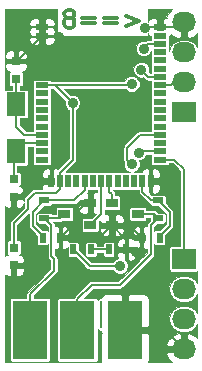
<source format=gtl>
%FSLAX46Y46*%
G04 Gerber Fmt 4.6, Leading zero omitted, Abs format (unit mm)*
G04 Created by KiCad (PCBNEW (2014-10-22 BZR 5216)-product) date Thu 04 Jun 2015 03:27:15 PM EDT*
%MOMM*%
G01*
G04 APERTURE LIST*
%ADD10C,0.100000*%
%ADD11C,0.300000*%
%ADD12R,0.750000X0.800000*%
%ADD13R,0.500000X0.900000*%
%ADD14R,3.000000X5.000000*%
%ADD15R,2.032000X1.727200*%
%ADD16O,2.032000X1.727200*%
%ADD17R,1.000760X0.800100*%
%ADD18R,0.900000X0.500000*%
%ADD19R,0.500000X1.100000*%
%ADD20R,1.100000X0.500000*%
%ADD21R,1.600000X2.000000*%
%ADD22C,0.889000*%
%ADD23C,0.203200*%
%ADD24C,0.026000*%
G04 APERTURE END LIST*
D10*
D11*
X168571429Y-89771429D02*
X168428571Y-89700000D01*
X168357143Y-89628571D01*
X168285714Y-89485714D01*
X168285714Y-89414286D01*
X168357143Y-89271429D01*
X168428571Y-89200000D01*
X168571429Y-89128571D01*
X168857143Y-89128571D01*
X169000000Y-89200000D01*
X169071429Y-89271429D01*
X169142857Y-89414286D01*
X169142857Y-89485714D01*
X169071429Y-89628571D01*
X169000000Y-89700000D01*
X168857143Y-89771429D01*
X168571429Y-89771429D01*
X168428571Y-89842857D01*
X168357143Y-89914286D01*
X168285714Y-90057143D01*
X168285714Y-90342857D01*
X168357143Y-90485714D01*
X168428571Y-90557143D01*
X168571429Y-90628571D01*
X168857143Y-90628571D01*
X169000000Y-90557143D01*
X169071429Y-90485714D01*
X169142857Y-90342857D01*
X169142857Y-90057143D01*
X169071429Y-89914286D01*
X169000000Y-89842857D01*
X168857143Y-89771429D01*
X169785714Y-89842857D02*
X170928571Y-89842857D01*
X170928571Y-90271429D02*
X169785714Y-90271429D01*
X171642857Y-89842857D02*
X172785714Y-89842857D01*
X172785714Y-90271429D02*
X171642857Y-90271429D01*
X173500000Y-89628571D02*
X174642857Y-90057143D01*
X173500000Y-90485714D01*
D12*
X164000000Y-110750000D03*
X164000000Y-109250000D03*
X164200000Y-94950000D03*
X164200000Y-93450000D03*
X164000000Y-103450000D03*
X164000000Y-104950000D03*
D13*
X169050000Y-109400000D03*
X170550000Y-109400000D03*
D14*
X169400000Y-116200000D03*
X165400000Y-116200000D03*
X173400000Y-116200000D03*
D15*
X178400000Y-97800000D03*
D16*
X178400000Y-95260000D03*
X178400000Y-92720000D03*
X178400000Y-90180000D03*
D17*
X174499820Y-106400000D03*
X172300180Y-107352500D03*
X172300180Y-105447500D03*
X168300180Y-106400000D03*
X170499820Y-105447500D03*
X170499820Y-107352500D03*
D13*
X172050000Y-109400000D03*
X173550000Y-109400000D03*
D18*
X166600000Y-106750000D03*
X166600000Y-105250000D03*
D13*
X166450000Y-108400000D03*
X167950000Y-108400000D03*
D18*
X176200000Y-106750000D03*
X176200000Y-105250000D03*
D13*
X176350000Y-108400000D03*
X174850000Y-108400000D03*
D19*
X167200000Y-103600000D03*
X167900000Y-103600000D03*
X168600000Y-103600000D03*
X169300000Y-103600000D03*
X170000000Y-103600000D03*
X170700000Y-103600000D03*
X171400000Y-103600000D03*
X172100000Y-103600000D03*
X172800000Y-103600000D03*
X173500000Y-103600000D03*
X174200000Y-103600000D03*
X174900000Y-103600000D03*
X175600000Y-103600000D03*
D20*
X166400000Y-90600000D03*
X166400000Y-91300000D03*
X176400000Y-101800000D03*
X176400000Y-101100000D03*
X176400000Y-100400000D03*
X176400000Y-99700000D03*
X176400000Y-99000000D03*
X176400000Y-98300000D03*
X176400000Y-97600000D03*
X176400000Y-96900000D03*
X176400000Y-96200000D03*
X176400000Y-95500000D03*
X176400000Y-94800000D03*
X176400000Y-94100000D03*
X176400000Y-93400000D03*
X176400000Y-92700000D03*
X176400000Y-92000000D03*
X176400000Y-91300000D03*
X176400000Y-90600000D03*
X166400000Y-95500000D03*
X166400000Y-96200000D03*
X166400000Y-96900000D03*
X166400000Y-97600000D03*
X166400000Y-98300000D03*
X166400000Y-99000000D03*
X166400000Y-99700000D03*
X166400000Y-100400000D03*
X166400000Y-101100000D03*
X166400000Y-101800000D03*
D15*
X178400000Y-110200000D03*
D16*
X178400000Y-112740000D03*
X178400000Y-115280000D03*
X178400000Y-117820000D03*
D21*
X164200000Y-97100000D03*
X164200000Y-101100000D03*
D22*
X169000000Y-97000000D03*
X174000000Y-95400000D03*
X175150000Y-90650000D03*
X174400000Y-109600000D03*
X176200000Y-116200000D03*
X166400000Y-110800000D03*
X168400000Y-110800000D03*
X167800000Y-97200000D03*
X167800000Y-91400000D03*
X175000000Y-92400000D03*
X173000000Y-110800000D03*
X174800000Y-94200000D03*
X174600000Y-101200000D03*
X174000000Y-102200000D03*
D23*
X171400000Y-116000000D02*
X171400000Y-113800000D01*
X164000000Y-109250000D02*
X164000000Y-107200000D01*
X167900000Y-104300000D02*
X167900000Y-103600000D01*
X167600000Y-104600000D02*
X167900000Y-104300000D01*
X165800000Y-104600000D02*
X167600000Y-104600000D01*
X165200000Y-105200000D02*
X165800000Y-104600000D01*
X165200000Y-106000000D02*
X165200000Y-105200000D01*
X164000000Y-107200000D02*
X165200000Y-106000000D01*
X173900000Y-95500000D02*
X166400000Y-95500000D01*
X174000000Y-95400000D02*
X173900000Y-95500000D01*
X167900000Y-103600000D02*
X167900000Y-102900000D01*
X167500000Y-95500000D02*
X166400000Y-95500000D01*
X169000000Y-97000000D02*
X167500000Y-95500000D01*
X169000000Y-101800000D02*
X169000000Y-97000000D01*
X167900000Y-102900000D02*
X169000000Y-101800000D01*
X175200000Y-90600000D02*
X176400000Y-90600000D01*
X175150000Y-90650000D02*
X175200000Y-90600000D01*
X175600000Y-103600000D02*
X176800000Y-103600000D01*
X176200000Y-110050000D02*
X176200000Y-116200000D01*
X177750000Y-108500000D02*
X176200000Y-110050000D01*
X177750000Y-104550000D02*
X177750000Y-108500000D01*
X176800000Y-103600000D02*
X177750000Y-104550000D01*
X174400000Y-109600000D02*
X174850000Y-109150000D01*
X174850000Y-108400000D02*
X174850000Y-109150000D01*
X164000000Y-110750000D02*
X166350000Y-110750000D01*
X166350000Y-110750000D02*
X166400000Y-110800000D01*
X164000000Y-104950000D02*
X164450000Y-104950000D01*
X165800000Y-103600000D02*
X167200000Y-103600000D01*
X164450000Y-104950000D02*
X165800000Y-103600000D01*
X173400000Y-116200000D02*
X176200000Y-116200000D01*
X176200000Y-116200000D02*
X176780000Y-116200000D01*
X176780000Y-116200000D02*
X178400000Y-117820000D01*
X167950000Y-108400000D02*
X167950000Y-110350000D01*
X167950000Y-110350000D02*
X168400000Y-110800000D01*
X167200000Y-103600000D02*
X167200000Y-102600000D01*
X167200000Y-102600000D02*
X168400000Y-101400000D01*
X168400000Y-101400000D02*
X168400000Y-97800000D01*
X168400000Y-97800000D02*
X167800000Y-97200000D01*
X176400000Y-90600000D02*
X177980000Y-90600000D01*
X177980000Y-90600000D02*
X178400000Y-90180000D01*
X167700000Y-91300000D02*
X166400000Y-91300000D01*
X167800000Y-91400000D02*
X167700000Y-91300000D01*
X166400000Y-91300000D02*
X166400000Y-90600000D01*
X164200000Y-93450000D02*
X164250000Y-93450000D01*
X164250000Y-93450000D02*
X166400000Y-91300000D01*
X173550000Y-109400000D02*
X173550000Y-108602320D01*
X173550000Y-108602320D02*
X172300180Y-107352500D01*
X170499820Y-105447500D02*
X170152500Y-105447500D01*
X170152500Y-105447500D02*
X169400000Y-106200000D01*
X169400000Y-106950000D02*
X167950000Y-108400000D01*
X169400000Y-106200000D02*
X169400000Y-106950000D01*
X167950000Y-108400000D02*
X171252680Y-108400000D01*
X171252680Y-108400000D02*
X172300180Y-107352500D01*
X172300180Y-107352500D02*
X173802500Y-107352500D01*
X173802500Y-107352500D02*
X174850000Y-108400000D01*
X170499820Y-105447500D02*
X170499820Y-105552140D01*
X164200000Y-97100000D02*
X164200000Y-94950000D01*
X164200000Y-98200000D02*
X164200000Y-99000000D01*
X164900000Y-99700000D02*
X166400000Y-99700000D01*
X164200000Y-99000000D02*
X164900000Y-99700000D01*
X164200000Y-98200000D02*
X164200000Y-98200000D01*
X164200000Y-98200000D02*
X164200000Y-97200000D01*
X164000000Y-101400000D02*
X164200000Y-101200000D01*
X166400000Y-100400000D02*
X165000000Y-100400000D01*
X165000000Y-100400000D02*
X164200000Y-101200000D01*
X164800000Y-101800000D02*
X164200000Y-101200000D01*
X164750000Y-101750000D02*
X164200000Y-101200000D01*
X164000000Y-103450000D02*
X164000000Y-101400000D01*
X170450000Y-110800000D02*
X173000000Y-110800000D01*
X169050000Y-109400000D02*
X170450000Y-110800000D01*
X175400000Y-92000000D02*
X176400000Y-92000000D01*
X175000000Y-92400000D02*
X175400000Y-92000000D01*
X170550000Y-109400000D02*
X172050000Y-109400000D01*
X175600000Y-109600000D02*
X175600000Y-109800000D01*
X176200000Y-106750000D02*
X175600000Y-107350000D01*
X175600000Y-109600000D02*
X175600000Y-107350000D01*
X169400000Y-113600000D02*
X169400000Y-116200000D01*
X170600000Y-112400000D02*
X169400000Y-113600000D01*
X173000000Y-112400000D02*
X170600000Y-112400000D01*
X175600000Y-109800000D02*
X173000000Y-112400000D01*
X174499820Y-106400000D02*
X175850000Y-106400000D01*
X175850000Y-106400000D02*
X176200000Y-106750000D01*
X167200000Y-109400000D02*
X167200000Y-110000000D01*
X167200000Y-109400000D02*
X167200000Y-107350000D01*
X166600000Y-106750000D02*
X167200000Y-107350000D01*
X165400000Y-113200000D02*
X165400000Y-116200000D01*
X167400000Y-111200000D02*
X165400000Y-113200000D01*
X167400000Y-110200000D02*
X167400000Y-111200000D01*
X167200000Y-110000000D02*
X167400000Y-110200000D01*
X166600000Y-106750000D02*
X167950180Y-106750000D01*
X167950180Y-106750000D02*
X168300180Y-106400000D01*
X178400000Y-95260000D02*
X177540000Y-95260000D01*
X177540000Y-95260000D02*
X177300000Y-95500000D01*
X177300000Y-95500000D02*
X176400000Y-95500000D01*
X176400000Y-94800000D02*
X175400000Y-94800000D01*
X175400000Y-94800000D02*
X174800000Y-94200000D01*
X178400000Y-110200000D02*
X178400000Y-102600000D01*
X177600000Y-101800000D02*
X176400000Y-101800000D01*
X178400000Y-102600000D02*
X177600000Y-101800000D01*
X174600000Y-101200000D02*
X174700000Y-101100000D01*
X174700000Y-101100000D02*
X176400000Y-101100000D01*
X176400000Y-99700000D02*
X174700000Y-99700000D01*
X173600000Y-101800000D02*
X174000000Y-102200000D01*
X173600000Y-100800000D02*
X173600000Y-101800000D01*
X174700000Y-99700000D02*
X173600000Y-100800000D01*
X172300180Y-105447500D02*
X172300180Y-104700180D01*
X172100000Y-104500000D02*
X172100000Y-103600000D01*
X172300180Y-104700180D02*
X172100000Y-104500000D01*
X170499820Y-107352500D02*
X170499820Y-107300180D01*
X170499820Y-107300180D02*
X171400000Y-106400000D01*
X171400000Y-106400000D02*
X171400000Y-103600000D01*
X166450000Y-108400000D02*
X166450000Y-108250000D01*
X166450000Y-108250000D02*
X165600000Y-107400000D01*
X165600000Y-107400000D02*
X165600000Y-106250000D01*
X165600000Y-106250000D02*
X166600000Y-105250000D01*
X166600000Y-105250000D02*
X169150000Y-105250000D01*
X170000000Y-104400000D02*
X170000000Y-103600000D01*
X169150000Y-105250000D02*
X170000000Y-104400000D01*
X176350000Y-108400000D02*
X176350000Y-108250000D01*
X176350000Y-108250000D02*
X177200000Y-107400000D01*
X177200000Y-107400000D02*
X177200000Y-106250000D01*
X177200000Y-106250000D02*
X176200000Y-105250000D01*
X176200000Y-105250000D02*
X175650000Y-105250000D01*
X174900000Y-104500000D02*
X174900000Y-103600000D01*
X175650000Y-105250000D02*
X174900000Y-104500000D01*
D24*
G36*
X168681963Y-101668265D02*
X167742851Y-102607376D01*
X167553633Y-102529000D01*
X167455250Y-102529000D01*
X167325000Y-102659250D01*
X167325000Y-103359000D01*
X167433563Y-103359000D01*
X167433563Y-103841000D01*
X167325000Y-103841000D01*
X167325000Y-103861000D01*
X167075000Y-103861000D01*
X167075000Y-103841000D01*
X167075000Y-103359000D01*
X167075000Y-102659250D01*
X166944750Y-102529000D01*
X166846367Y-102529000D01*
X166654878Y-102608317D01*
X166508318Y-102754877D01*
X166429000Y-102946366D01*
X166429000Y-103153633D01*
X166429000Y-103228750D01*
X166559250Y-103359000D01*
X167075000Y-103359000D01*
X167075000Y-103841000D01*
X166559250Y-103841000D01*
X166429000Y-103971250D01*
X166429000Y-104046367D01*
X166429000Y-104253634D01*
X166440734Y-104281963D01*
X165800000Y-104281963D01*
X165678292Y-104306172D01*
X165575114Y-104375114D01*
X164975114Y-104975114D01*
X164906172Y-105078292D01*
X164881963Y-105200000D01*
X164881963Y-105266213D01*
X164765750Y-105150000D01*
X164187500Y-105150000D01*
X164187500Y-105740750D01*
X164317750Y-105871000D01*
X164478634Y-105871000D01*
X164670123Y-105791682D01*
X164816683Y-105645122D01*
X164881963Y-105487521D01*
X164881963Y-105868265D01*
X163775114Y-106975114D01*
X163706172Y-107078292D01*
X163681963Y-107200000D01*
X163681963Y-108633563D01*
X163581948Y-108633563D01*
X163502398Y-108666514D01*
X163441514Y-108727398D01*
X163408563Y-108806948D01*
X163408563Y-108893052D01*
X163408563Y-109693052D01*
X163441514Y-109772602D01*
X163502398Y-109833486D01*
X163506466Y-109835171D01*
X163329877Y-109908318D01*
X163266437Y-109971758D01*
X163266437Y-105728242D01*
X163329877Y-105791682D01*
X163521366Y-105871000D01*
X163682250Y-105871000D01*
X163812500Y-105740750D01*
X163812500Y-105150000D01*
X163739000Y-105150000D01*
X163739000Y-104750000D01*
X163812500Y-104750000D01*
X163812500Y-104689000D01*
X164187500Y-104689000D01*
X164187500Y-104750000D01*
X164765750Y-104750000D01*
X164896000Y-104619750D01*
X164896000Y-104446367D01*
X164816683Y-104254878D01*
X164670123Y-104108318D01*
X164493533Y-104035171D01*
X164497602Y-104033486D01*
X164558486Y-103972602D01*
X164591437Y-103893052D01*
X164591437Y-103806948D01*
X164591437Y-103006948D01*
X164558486Y-102927398D01*
X164497602Y-102866514D01*
X164418052Y-102833563D01*
X164331948Y-102833563D01*
X164318037Y-102833563D01*
X164318037Y-102316437D01*
X165043052Y-102316437D01*
X165122602Y-102283486D01*
X165183486Y-102222602D01*
X165216437Y-102143052D01*
X165216437Y-102056948D01*
X165216437Y-100718037D01*
X165643912Y-100718037D01*
X165657151Y-100750000D01*
X165633563Y-100806948D01*
X165633563Y-100893052D01*
X165633563Y-101393052D01*
X165657151Y-101450000D01*
X165633563Y-101506948D01*
X165633563Y-101593052D01*
X165633563Y-102093052D01*
X165666514Y-102172602D01*
X165727398Y-102233486D01*
X165806948Y-102266437D01*
X165893052Y-102266437D01*
X166993052Y-102266437D01*
X167072602Y-102233486D01*
X167133486Y-102172602D01*
X167166437Y-102093052D01*
X167166437Y-102006948D01*
X167166437Y-101506948D01*
X167142848Y-101450000D01*
X167166437Y-101393052D01*
X167166437Y-101306948D01*
X167166437Y-100806948D01*
X167142848Y-100750000D01*
X167166437Y-100693052D01*
X167166437Y-100606948D01*
X167166437Y-100106948D01*
X167142848Y-100050000D01*
X167166437Y-99993052D01*
X167166437Y-99906948D01*
X167166437Y-99406948D01*
X167142848Y-99350000D01*
X167166437Y-99293052D01*
X167166437Y-99206948D01*
X167166437Y-98706948D01*
X167142848Y-98650000D01*
X167166437Y-98593052D01*
X167166437Y-98506948D01*
X167166437Y-98006948D01*
X167142848Y-97950000D01*
X167166437Y-97893052D01*
X167166437Y-97806948D01*
X167166437Y-97306948D01*
X167142848Y-97250000D01*
X167166437Y-97193052D01*
X167166437Y-97106948D01*
X167166437Y-96606948D01*
X167142848Y-96550000D01*
X167166437Y-96493052D01*
X167166437Y-96406948D01*
X167166437Y-95906948D01*
X167142848Y-95850000D01*
X167156087Y-95818037D01*
X167368265Y-95818037D01*
X168362358Y-96812130D01*
X168339178Y-96867955D01*
X168338948Y-97130892D01*
X168439358Y-97373902D01*
X168625120Y-97559989D01*
X168681963Y-97583592D01*
X168681963Y-101668265D01*
X168681963Y-101668265D01*
G37*
X168681963Y-101668265D02*
X167742851Y-102607376D01*
X167553633Y-102529000D01*
X167455250Y-102529000D01*
X167325000Y-102659250D01*
X167325000Y-103359000D01*
X167433563Y-103359000D01*
X167433563Y-103841000D01*
X167325000Y-103841000D01*
X167325000Y-103861000D01*
X167075000Y-103861000D01*
X167075000Y-103841000D01*
X167075000Y-103359000D01*
X167075000Y-102659250D01*
X166944750Y-102529000D01*
X166846367Y-102529000D01*
X166654878Y-102608317D01*
X166508318Y-102754877D01*
X166429000Y-102946366D01*
X166429000Y-103153633D01*
X166429000Y-103228750D01*
X166559250Y-103359000D01*
X167075000Y-103359000D01*
X167075000Y-103841000D01*
X166559250Y-103841000D01*
X166429000Y-103971250D01*
X166429000Y-104046367D01*
X166429000Y-104253634D01*
X166440734Y-104281963D01*
X165800000Y-104281963D01*
X165678292Y-104306172D01*
X165575114Y-104375114D01*
X164975114Y-104975114D01*
X164906172Y-105078292D01*
X164881963Y-105200000D01*
X164881963Y-105266213D01*
X164765750Y-105150000D01*
X164187500Y-105150000D01*
X164187500Y-105740750D01*
X164317750Y-105871000D01*
X164478634Y-105871000D01*
X164670123Y-105791682D01*
X164816683Y-105645122D01*
X164881963Y-105487521D01*
X164881963Y-105868265D01*
X163775114Y-106975114D01*
X163706172Y-107078292D01*
X163681963Y-107200000D01*
X163681963Y-108633563D01*
X163581948Y-108633563D01*
X163502398Y-108666514D01*
X163441514Y-108727398D01*
X163408563Y-108806948D01*
X163408563Y-108893052D01*
X163408563Y-109693052D01*
X163441514Y-109772602D01*
X163502398Y-109833486D01*
X163506466Y-109835171D01*
X163329877Y-109908318D01*
X163266437Y-109971758D01*
X163266437Y-105728242D01*
X163329877Y-105791682D01*
X163521366Y-105871000D01*
X163682250Y-105871000D01*
X163812500Y-105740750D01*
X163812500Y-105150000D01*
X163739000Y-105150000D01*
X163739000Y-104750000D01*
X163812500Y-104750000D01*
X163812500Y-104689000D01*
X164187500Y-104689000D01*
X164187500Y-104750000D01*
X164765750Y-104750000D01*
X164896000Y-104619750D01*
X164896000Y-104446367D01*
X164816683Y-104254878D01*
X164670123Y-104108318D01*
X164493533Y-104035171D01*
X164497602Y-104033486D01*
X164558486Y-103972602D01*
X164591437Y-103893052D01*
X164591437Y-103806948D01*
X164591437Y-103006948D01*
X164558486Y-102927398D01*
X164497602Y-102866514D01*
X164418052Y-102833563D01*
X164331948Y-102833563D01*
X164318037Y-102833563D01*
X164318037Y-102316437D01*
X165043052Y-102316437D01*
X165122602Y-102283486D01*
X165183486Y-102222602D01*
X165216437Y-102143052D01*
X165216437Y-102056948D01*
X165216437Y-100718037D01*
X165643912Y-100718037D01*
X165657151Y-100750000D01*
X165633563Y-100806948D01*
X165633563Y-100893052D01*
X165633563Y-101393052D01*
X165657151Y-101450000D01*
X165633563Y-101506948D01*
X165633563Y-101593052D01*
X165633563Y-102093052D01*
X165666514Y-102172602D01*
X165727398Y-102233486D01*
X165806948Y-102266437D01*
X165893052Y-102266437D01*
X166993052Y-102266437D01*
X167072602Y-102233486D01*
X167133486Y-102172602D01*
X167166437Y-102093052D01*
X167166437Y-102006948D01*
X167166437Y-101506948D01*
X167142848Y-101450000D01*
X167166437Y-101393052D01*
X167166437Y-101306948D01*
X167166437Y-100806948D01*
X167142848Y-100750000D01*
X167166437Y-100693052D01*
X167166437Y-100606948D01*
X167166437Y-100106948D01*
X167142848Y-100050000D01*
X167166437Y-99993052D01*
X167166437Y-99906948D01*
X167166437Y-99406948D01*
X167142848Y-99350000D01*
X167166437Y-99293052D01*
X167166437Y-99206948D01*
X167166437Y-98706948D01*
X167142848Y-98650000D01*
X167166437Y-98593052D01*
X167166437Y-98506948D01*
X167166437Y-98006948D01*
X167142848Y-97950000D01*
X167166437Y-97893052D01*
X167166437Y-97806948D01*
X167166437Y-97306948D01*
X167142848Y-97250000D01*
X167166437Y-97193052D01*
X167166437Y-97106948D01*
X167166437Y-96606948D01*
X167142848Y-96550000D01*
X167166437Y-96493052D01*
X167166437Y-96406948D01*
X167166437Y-95906948D01*
X167142848Y-95850000D01*
X167156087Y-95818037D01*
X167368265Y-95818037D01*
X168362358Y-96812130D01*
X168339178Y-96867955D01*
X168338948Y-97130892D01*
X168439358Y-97373902D01*
X168625120Y-97559989D01*
X168681963Y-97583592D01*
X168681963Y-101668265D01*
G36*
X175657151Y-99350000D02*
X175643912Y-99381963D01*
X174700000Y-99381963D01*
X174578292Y-99406172D01*
X174475114Y-99475114D01*
X173375114Y-100575114D01*
X173306172Y-100678292D01*
X173281963Y-100800000D01*
X173281963Y-101800000D01*
X173306172Y-101921708D01*
X173363980Y-102008223D01*
X173339178Y-102067955D01*
X173338948Y-102330892D01*
X173439358Y-102573902D01*
X173625120Y-102759989D01*
X173854563Y-102855261D01*
X173850000Y-102857151D01*
X173793052Y-102833563D01*
X173706948Y-102833563D01*
X173206948Y-102833563D01*
X173150000Y-102857151D01*
X173093052Y-102833563D01*
X173006948Y-102833563D01*
X172506948Y-102833563D01*
X172450000Y-102857151D01*
X172393052Y-102833563D01*
X172306948Y-102833563D01*
X171806948Y-102833563D01*
X171750000Y-102857151D01*
X171693052Y-102833563D01*
X171606948Y-102833563D01*
X171106948Y-102833563D01*
X171050000Y-102857151D01*
X170993052Y-102833563D01*
X170906948Y-102833563D01*
X170406948Y-102833563D01*
X170350000Y-102857151D01*
X170293052Y-102833563D01*
X170206948Y-102833563D01*
X169706948Y-102833563D01*
X169650000Y-102857151D01*
X169593052Y-102833563D01*
X169506948Y-102833563D01*
X169006948Y-102833563D01*
X168950000Y-102857151D01*
X168893052Y-102833563D01*
X168806948Y-102833563D01*
X168416209Y-102833563D01*
X169224886Y-102024886D01*
X169293828Y-101921708D01*
X169293828Y-101921707D01*
X169318037Y-101800000D01*
X169318037Y-97583725D01*
X169373902Y-97560642D01*
X169559989Y-97374880D01*
X169660822Y-97132045D01*
X169661052Y-96869108D01*
X169560642Y-96626098D01*
X169374880Y-96440011D01*
X169132045Y-96339178D01*
X168869108Y-96338948D01*
X168812224Y-96362452D01*
X168267809Y-95818037D01*
X173483415Y-95818037D01*
X173625120Y-95959989D01*
X173867955Y-96060822D01*
X174130892Y-96061052D01*
X174373902Y-95960642D01*
X174559989Y-95774880D01*
X174660822Y-95532045D01*
X174661052Y-95269108D01*
X174560642Y-95026098D01*
X174374880Y-94840011D01*
X174132045Y-94739178D01*
X173869108Y-94738948D01*
X173626098Y-94839358D01*
X173440011Y-95025120D01*
X173374884Y-95181963D01*
X167500000Y-95181963D01*
X167471000Y-95181963D01*
X167471000Y-91653634D01*
X167471000Y-91555250D01*
X167471000Y-91044750D01*
X167471000Y-90953634D01*
X167471000Y-90946366D01*
X167471000Y-90855250D01*
X167471000Y-90344750D01*
X167471000Y-90246366D01*
X167391682Y-90054877D01*
X167245122Y-89908317D01*
X167053633Y-89829000D01*
X166771250Y-89829000D01*
X166641000Y-89959250D01*
X166641000Y-90475000D01*
X167340750Y-90475000D01*
X167471000Y-90344750D01*
X167471000Y-90855250D01*
X167406570Y-90790820D01*
X167391682Y-90754877D01*
X167245122Y-90608317D01*
X167053633Y-90529000D01*
X166771250Y-90529000D01*
X166641000Y-90659250D01*
X166641000Y-90725000D01*
X166641000Y-91175000D01*
X166641000Y-91240750D01*
X166771250Y-91371000D01*
X167053633Y-91371000D01*
X167245122Y-91291683D01*
X167391682Y-91145123D01*
X167406570Y-91109179D01*
X167471000Y-91044750D01*
X167471000Y-91555250D01*
X167340750Y-91425000D01*
X166641000Y-91425000D01*
X166641000Y-91940750D01*
X166771250Y-92071000D01*
X167053633Y-92071000D01*
X167245122Y-91991683D01*
X167391682Y-91845123D01*
X167471000Y-91653634D01*
X167471000Y-95181963D01*
X167156087Y-95181963D01*
X167133486Y-95127398D01*
X167072602Y-95066514D01*
X166993052Y-95033563D01*
X166906948Y-95033563D01*
X166159000Y-95033563D01*
X166159000Y-91940750D01*
X166159000Y-91425000D01*
X166159000Y-91240750D01*
X166159000Y-91175000D01*
X166159000Y-90725000D01*
X166159000Y-90659250D01*
X166159000Y-90475000D01*
X166159000Y-89959250D01*
X166028750Y-89829000D01*
X165746367Y-89829000D01*
X165554878Y-89908317D01*
X165408318Y-90054877D01*
X165329000Y-90246366D01*
X165329000Y-90344750D01*
X165459250Y-90475000D01*
X166159000Y-90475000D01*
X166159000Y-90659250D01*
X166028750Y-90529000D01*
X165746367Y-90529000D01*
X165554878Y-90608317D01*
X165408318Y-90754877D01*
X165393429Y-90790820D01*
X165329000Y-90855250D01*
X165329000Y-90946366D01*
X165329000Y-90953634D01*
X165329000Y-91044750D01*
X165393429Y-91109179D01*
X165408318Y-91145123D01*
X165554878Y-91291683D01*
X165746367Y-91371000D01*
X166028750Y-91371000D01*
X166159000Y-91240750D01*
X166159000Y-91425000D01*
X165459250Y-91425000D01*
X165329000Y-91555250D01*
X165329000Y-91653634D01*
X165408318Y-91845123D01*
X165554878Y-91991683D01*
X165746367Y-92071000D01*
X166028750Y-92071000D01*
X166159000Y-91940750D01*
X166159000Y-95033563D01*
X165806948Y-95033563D01*
X165727398Y-95066514D01*
X165666514Y-95127398D01*
X165633563Y-95206948D01*
X165633563Y-95293052D01*
X165633563Y-95793052D01*
X165657151Y-95850000D01*
X165633563Y-95906948D01*
X165633563Y-95993052D01*
X165633563Y-96493052D01*
X165657151Y-96550000D01*
X165633563Y-96606948D01*
X165633563Y-96693052D01*
X165633563Y-97193052D01*
X165657151Y-97250000D01*
X165633563Y-97306948D01*
X165633563Y-97393052D01*
X165633563Y-97893052D01*
X165657151Y-97950000D01*
X165633563Y-98006948D01*
X165633563Y-98093052D01*
X165633563Y-98593052D01*
X165657151Y-98650000D01*
X165633563Y-98706948D01*
X165633563Y-98793052D01*
X165633563Y-99293052D01*
X165657151Y-99350000D01*
X165643912Y-99381963D01*
X165031735Y-99381963D01*
X164518037Y-98868265D01*
X164518037Y-98316437D01*
X165043052Y-98316437D01*
X165122602Y-98283486D01*
X165183486Y-98222602D01*
X165216437Y-98143052D01*
X165216437Y-98056948D01*
X165216437Y-96056948D01*
X165183486Y-95977398D01*
X165122602Y-95916514D01*
X165043052Y-95883563D01*
X164956948Y-95883563D01*
X164518037Y-95883563D01*
X164518037Y-95566437D01*
X164618052Y-95566437D01*
X164697602Y-95533486D01*
X164758486Y-95472602D01*
X164791437Y-95393052D01*
X164791437Y-95306948D01*
X164791437Y-94506948D01*
X164758486Y-94427398D01*
X164697602Y-94366514D01*
X164693533Y-94364828D01*
X164870123Y-94291682D01*
X165016683Y-94145122D01*
X165096000Y-93953633D01*
X165096000Y-93780250D01*
X165096000Y-93119750D01*
X165096000Y-92946367D01*
X165016683Y-92754878D01*
X164870123Y-92608318D01*
X164678634Y-92529000D01*
X164517750Y-92529000D01*
X164387500Y-92659250D01*
X164387500Y-93250000D01*
X164965750Y-93250000D01*
X165096000Y-93119750D01*
X165096000Y-93780250D01*
X164965750Y-93650000D01*
X164387500Y-93650000D01*
X164387500Y-93711000D01*
X164012500Y-93711000D01*
X164012500Y-93650000D01*
X164012500Y-93250000D01*
X164012500Y-92659250D01*
X163882250Y-92529000D01*
X163721366Y-92529000D01*
X163529877Y-92608318D01*
X163383317Y-92754878D01*
X163304000Y-92946367D01*
X163304000Y-93119750D01*
X163434250Y-93250000D01*
X164012500Y-93250000D01*
X164012500Y-93650000D01*
X163434250Y-93650000D01*
X163304000Y-93780250D01*
X163304000Y-93953633D01*
X163383317Y-94145122D01*
X163529877Y-94291682D01*
X163706466Y-94364828D01*
X163702398Y-94366514D01*
X163641514Y-94427398D01*
X163608563Y-94506948D01*
X163608563Y-94593052D01*
X163608563Y-95393052D01*
X163641514Y-95472602D01*
X163702398Y-95533486D01*
X163781948Y-95566437D01*
X163868052Y-95566437D01*
X163881963Y-95566437D01*
X163881963Y-95883563D01*
X163356948Y-95883563D01*
X163277398Y-95916514D01*
X163266437Y-95927475D01*
X163266437Y-89066437D01*
X167633563Y-89066437D01*
X167633563Y-91366437D01*
X175366437Y-91366437D01*
X175366437Y-91044014D01*
X175408318Y-91145123D01*
X175554878Y-91291683D01*
X175633563Y-91324275D01*
X175633563Y-91593052D01*
X175657151Y-91650000D01*
X175643912Y-91681963D01*
X175400000Y-91681963D01*
X175278293Y-91706172D01*
X175191776Y-91763980D01*
X175132045Y-91739178D01*
X174869108Y-91738948D01*
X174626098Y-91839358D01*
X174440011Y-92025120D01*
X174339178Y-92267955D01*
X174338948Y-92530892D01*
X174439358Y-92773902D01*
X174625120Y-92959989D01*
X174867955Y-93060822D01*
X175130892Y-93061052D01*
X175373902Y-92960642D01*
X175559989Y-92774880D01*
X175633563Y-92597692D01*
X175633563Y-92993052D01*
X175657151Y-93050000D01*
X175633563Y-93106948D01*
X175633563Y-93193052D01*
X175633563Y-93693052D01*
X175657151Y-93750000D01*
X175633563Y-93806948D01*
X175633563Y-93893052D01*
X175633563Y-94393052D01*
X175657151Y-94450000D01*
X175643912Y-94481963D01*
X175531735Y-94481963D01*
X175437641Y-94387869D01*
X175460822Y-94332045D01*
X175461052Y-94069108D01*
X175360642Y-93826098D01*
X175174880Y-93640011D01*
X174932045Y-93539178D01*
X174669108Y-93538948D01*
X174426098Y-93639358D01*
X174240011Y-93825120D01*
X174139178Y-94067955D01*
X174138948Y-94330892D01*
X174239358Y-94573902D01*
X174425120Y-94759989D01*
X174667955Y-94860822D01*
X174930892Y-94861052D01*
X174987775Y-94837547D01*
X175175114Y-95024886D01*
X175278292Y-95093828D01*
X175278293Y-95093828D01*
X175400000Y-95118037D01*
X175643912Y-95118037D01*
X175657151Y-95150000D01*
X175633563Y-95206948D01*
X175633563Y-95293052D01*
X175633563Y-95793052D01*
X175657151Y-95850000D01*
X175633563Y-95906948D01*
X175633563Y-95993052D01*
X175633563Y-96493052D01*
X175657151Y-96550000D01*
X175633563Y-96606948D01*
X175633563Y-96693052D01*
X175633563Y-97193052D01*
X175657151Y-97250000D01*
X175633563Y-97306948D01*
X175633563Y-97393052D01*
X175633563Y-97893052D01*
X175657151Y-97950000D01*
X175633563Y-98006948D01*
X175633563Y-98093052D01*
X175633563Y-98593052D01*
X175657151Y-98650000D01*
X175633563Y-98706948D01*
X175633563Y-98793052D01*
X175633563Y-99293052D01*
X175657151Y-99350000D01*
X175657151Y-99350000D01*
G37*
X175657151Y-99350000D02*
X175643912Y-99381963D01*
X174700000Y-99381963D01*
X174578292Y-99406172D01*
X174475114Y-99475114D01*
X173375114Y-100575114D01*
X173306172Y-100678292D01*
X173281963Y-100800000D01*
X173281963Y-101800000D01*
X173306172Y-101921708D01*
X173363980Y-102008223D01*
X173339178Y-102067955D01*
X173338948Y-102330892D01*
X173439358Y-102573902D01*
X173625120Y-102759989D01*
X173854563Y-102855261D01*
X173850000Y-102857151D01*
X173793052Y-102833563D01*
X173706948Y-102833563D01*
X173206948Y-102833563D01*
X173150000Y-102857151D01*
X173093052Y-102833563D01*
X173006948Y-102833563D01*
X172506948Y-102833563D01*
X172450000Y-102857151D01*
X172393052Y-102833563D01*
X172306948Y-102833563D01*
X171806948Y-102833563D01*
X171750000Y-102857151D01*
X171693052Y-102833563D01*
X171606948Y-102833563D01*
X171106948Y-102833563D01*
X171050000Y-102857151D01*
X170993052Y-102833563D01*
X170906948Y-102833563D01*
X170406948Y-102833563D01*
X170350000Y-102857151D01*
X170293052Y-102833563D01*
X170206948Y-102833563D01*
X169706948Y-102833563D01*
X169650000Y-102857151D01*
X169593052Y-102833563D01*
X169506948Y-102833563D01*
X169006948Y-102833563D01*
X168950000Y-102857151D01*
X168893052Y-102833563D01*
X168806948Y-102833563D01*
X168416209Y-102833563D01*
X169224886Y-102024886D01*
X169293828Y-101921708D01*
X169293828Y-101921707D01*
X169318037Y-101800000D01*
X169318037Y-97583725D01*
X169373902Y-97560642D01*
X169559989Y-97374880D01*
X169660822Y-97132045D01*
X169661052Y-96869108D01*
X169560642Y-96626098D01*
X169374880Y-96440011D01*
X169132045Y-96339178D01*
X168869108Y-96338948D01*
X168812224Y-96362452D01*
X168267809Y-95818037D01*
X173483415Y-95818037D01*
X173625120Y-95959989D01*
X173867955Y-96060822D01*
X174130892Y-96061052D01*
X174373902Y-95960642D01*
X174559989Y-95774880D01*
X174660822Y-95532045D01*
X174661052Y-95269108D01*
X174560642Y-95026098D01*
X174374880Y-94840011D01*
X174132045Y-94739178D01*
X173869108Y-94738948D01*
X173626098Y-94839358D01*
X173440011Y-95025120D01*
X173374884Y-95181963D01*
X167500000Y-95181963D01*
X167471000Y-95181963D01*
X167471000Y-91653634D01*
X167471000Y-91555250D01*
X167471000Y-91044750D01*
X167471000Y-90953634D01*
X167471000Y-90946366D01*
X167471000Y-90855250D01*
X167471000Y-90344750D01*
X167471000Y-90246366D01*
X167391682Y-90054877D01*
X167245122Y-89908317D01*
X167053633Y-89829000D01*
X166771250Y-89829000D01*
X166641000Y-89959250D01*
X166641000Y-90475000D01*
X167340750Y-90475000D01*
X167471000Y-90344750D01*
X167471000Y-90855250D01*
X167406570Y-90790820D01*
X167391682Y-90754877D01*
X167245122Y-90608317D01*
X167053633Y-90529000D01*
X166771250Y-90529000D01*
X166641000Y-90659250D01*
X166641000Y-90725000D01*
X166641000Y-91175000D01*
X166641000Y-91240750D01*
X166771250Y-91371000D01*
X167053633Y-91371000D01*
X167245122Y-91291683D01*
X167391682Y-91145123D01*
X167406570Y-91109179D01*
X167471000Y-91044750D01*
X167471000Y-91555250D01*
X167340750Y-91425000D01*
X166641000Y-91425000D01*
X166641000Y-91940750D01*
X166771250Y-92071000D01*
X167053633Y-92071000D01*
X167245122Y-91991683D01*
X167391682Y-91845123D01*
X167471000Y-91653634D01*
X167471000Y-95181963D01*
X167156087Y-95181963D01*
X167133486Y-95127398D01*
X167072602Y-95066514D01*
X166993052Y-95033563D01*
X166906948Y-95033563D01*
X166159000Y-95033563D01*
X166159000Y-91940750D01*
X166159000Y-91425000D01*
X166159000Y-91240750D01*
X166159000Y-91175000D01*
X166159000Y-90725000D01*
X166159000Y-90659250D01*
X166159000Y-90475000D01*
X166159000Y-89959250D01*
X166028750Y-89829000D01*
X165746367Y-89829000D01*
X165554878Y-89908317D01*
X165408318Y-90054877D01*
X165329000Y-90246366D01*
X165329000Y-90344750D01*
X165459250Y-90475000D01*
X166159000Y-90475000D01*
X166159000Y-90659250D01*
X166028750Y-90529000D01*
X165746367Y-90529000D01*
X165554878Y-90608317D01*
X165408318Y-90754877D01*
X165393429Y-90790820D01*
X165329000Y-90855250D01*
X165329000Y-90946366D01*
X165329000Y-90953634D01*
X165329000Y-91044750D01*
X165393429Y-91109179D01*
X165408318Y-91145123D01*
X165554878Y-91291683D01*
X165746367Y-91371000D01*
X166028750Y-91371000D01*
X166159000Y-91240750D01*
X166159000Y-91425000D01*
X165459250Y-91425000D01*
X165329000Y-91555250D01*
X165329000Y-91653634D01*
X165408318Y-91845123D01*
X165554878Y-91991683D01*
X165746367Y-92071000D01*
X166028750Y-92071000D01*
X166159000Y-91940750D01*
X166159000Y-95033563D01*
X165806948Y-95033563D01*
X165727398Y-95066514D01*
X165666514Y-95127398D01*
X165633563Y-95206948D01*
X165633563Y-95293052D01*
X165633563Y-95793052D01*
X165657151Y-95850000D01*
X165633563Y-95906948D01*
X165633563Y-95993052D01*
X165633563Y-96493052D01*
X165657151Y-96550000D01*
X165633563Y-96606948D01*
X165633563Y-96693052D01*
X165633563Y-97193052D01*
X165657151Y-97250000D01*
X165633563Y-97306948D01*
X165633563Y-97393052D01*
X165633563Y-97893052D01*
X165657151Y-97950000D01*
X165633563Y-98006948D01*
X165633563Y-98093052D01*
X165633563Y-98593052D01*
X165657151Y-98650000D01*
X165633563Y-98706948D01*
X165633563Y-98793052D01*
X165633563Y-99293052D01*
X165657151Y-99350000D01*
X165643912Y-99381963D01*
X165031735Y-99381963D01*
X164518037Y-98868265D01*
X164518037Y-98316437D01*
X165043052Y-98316437D01*
X165122602Y-98283486D01*
X165183486Y-98222602D01*
X165216437Y-98143052D01*
X165216437Y-98056948D01*
X165216437Y-96056948D01*
X165183486Y-95977398D01*
X165122602Y-95916514D01*
X165043052Y-95883563D01*
X164956948Y-95883563D01*
X164518037Y-95883563D01*
X164518037Y-95566437D01*
X164618052Y-95566437D01*
X164697602Y-95533486D01*
X164758486Y-95472602D01*
X164791437Y-95393052D01*
X164791437Y-95306948D01*
X164791437Y-94506948D01*
X164758486Y-94427398D01*
X164697602Y-94366514D01*
X164693533Y-94364828D01*
X164870123Y-94291682D01*
X165016683Y-94145122D01*
X165096000Y-93953633D01*
X165096000Y-93780250D01*
X165096000Y-93119750D01*
X165096000Y-92946367D01*
X165016683Y-92754878D01*
X164870123Y-92608318D01*
X164678634Y-92529000D01*
X164517750Y-92529000D01*
X164387500Y-92659250D01*
X164387500Y-93250000D01*
X164965750Y-93250000D01*
X165096000Y-93119750D01*
X165096000Y-93780250D01*
X164965750Y-93650000D01*
X164387500Y-93650000D01*
X164387500Y-93711000D01*
X164012500Y-93711000D01*
X164012500Y-93650000D01*
X164012500Y-93250000D01*
X164012500Y-92659250D01*
X163882250Y-92529000D01*
X163721366Y-92529000D01*
X163529877Y-92608318D01*
X163383317Y-92754878D01*
X163304000Y-92946367D01*
X163304000Y-93119750D01*
X163434250Y-93250000D01*
X164012500Y-93250000D01*
X164012500Y-93650000D01*
X163434250Y-93650000D01*
X163304000Y-93780250D01*
X163304000Y-93953633D01*
X163383317Y-94145122D01*
X163529877Y-94291682D01*
X163706466Y-94364828D01*
X163702398Y-94366514D01*
X163641514Y-94427398D01*
X163608563Y-94506948D01*
X163608563Y-94593052D01*
X163608563Y-95393052D01*
X163641514Y-95472602D01*
X163702398Y-95533486D01*
X163781948Y-95566437D01*
X163868052Y-95566437D01*
X163881963Y-95566437D01*
X163881963Y-95883563D01*
X163356948Y-95883563D01*
X163277398Y-95916514D01*
X163266437Y-95927475D01*
X163266437Y-89066437D01*
X167633563Y-89066437D01*
X167633563Y-91366437D01*
X175366437Y-91366437D01*
X175366437Y-91044014D01*
X175408318Y-91145123D01*
X175554878Y-91291683D01*
X175633563Y-91324275D01*
X175633563Y-91593052D01*
X175657151Y-91650000D01*
X175643912Y-91681963D01*
X175400000Y-91681963D01*
X175278293Y-91706172D01*
X175191776Y-91763980D01*
X175132045Y-91739178D01*
X174869108Y-91738948D01*
X174626098Y-91839358D01*
X174440011Y-92025120D01*
X174339178Y-92267955D01*
X174338948Y-92530892D01*
X174439358Y-92773902D01*
X174625120Y-92959989D01*
X174867955Y-93060822D01*
X175130892Y-93061052D01*
X175373902Y-92960642D01*
X175559989Y-92774880D01*
X175633563Y-92597692D01*
X175633563Y-92993052D01*
X175657151Y-93050000D01*
X175633563Y-93106948D01*
X175633563Y-93193052D01*
X175633563Y-93693052D01*
X175657151Y-93750000D01*
X175633563Y-93806948D01*
X175633563Y-93893052D01*
X175633563Y-94393052D01*
X175657151Y-94450000D01*
X175643912Y-94481963D01*
X175531735Y-94481963D01*
X175437641Y-94387869D01*
X175460822Y-94332045D01*
X175461052Y-94069108D01*
X175360642Y-93826098D01*
X175174880Y-93640011D01*
X174932045Y-93539178D01*
X174669108Y-93538948D01*
X174426098Y-93639358D01*
X174240011Y-93825120D01*
X174139178Y-94067955D01*
X174138948Y-94330892D01*
X174239358Y-94573902D01*
X174425120Y-94759989D01*
X174667955Y-94860822D01*
X174930892Y-94861052D01*
X174987775Y-94837547D01*
X175175114Y-95024886D01*
X175278292Y-95093828D01*
X175278293Y-95093828D01*
X175400000Y-95118037D01*
X175643912Y-95118037D01*
X175657151Y-95150000D01*
X175633563Y-95206948D01*
X175633563Y-95293052D01*
X175633563Y-95793052D01*
X175657151Y-95850000D01*
X175633563Y-95906948D01*
X175633563Y-95993052D01*
X175633563Y-96493052D01*
X175657151Y-96550000D01*
X175633563Y-96606948D01*
X175633563Y-96693052D01*
X175633563Y-97193052D01*
X175657151Y-97250000D01*
X175633563Y-97306948D01*
X175633563Y-97393052D01*
X175633563Y-97893052D01*
X175657151Y-97950000D01*
X175633563Y-98006948D01*
X175633563Y-98093052D01*
X175633563Y-98593052D01*
X175657151Y-98650000D01*
X175633563Y-98706948D01*
X175633563Y-98793052D01*
X175633563Y-99293052D01*
X175657151Y-99350000D01*
G36*
X176881963Y-107268265D02*
X176416665Y-107733563D01*
X176056948Y-107733563D01*
X175977398Y-107766514D01*
X175918037Y-107825875D01*
X175918037Y-107481735D01*
X176183335Y-107216437D01*
X176693052Y-107216437D01*
X176772602Y-107183486D01*
X176833486Y-107122602D01*
X176866437Y-107043052D01*
X176866437Y-106956948D01*
X176866437Y-106456948D01*
X176833486Y-106377398D01*
X176772602Y-106316514D01*
X176693052Y-106283563D01*
X176606948Y-106283563D01*
X176183335Y-106283563D01*
X176074886Y-106175114D01*
X175971708Y-106106172D01*
X175850000Y-106081963D01*
X175216637Y-106081963D01*
X175216637Y-105956898D01*
X175183686Y-105877348D01*
X175122802Y-105816464D01*
X175043252Y-105783513D01*
X174957148Y-105783513D01*
X173956388Y-105783513D01*
X173876838Y-105816464D01*
X173815954Y-105877348D01*
X173783003Y-105956898D01*
X173783003Y-106043002D01*
X173783003Y-106843102D01*
X173815954Y-106922652D01*
X173876838Y-106983536D01*
X173956388Y-107016487D01*
X174042492Y-107016487D01*
X175043252Y-107016487D01*
X175122802Y-106983536D01*
X175183686Y-106922652D01*
X175216637Y-106843102D01*
X175216637Y-106756998D01*
X175216637Y-106718037D01*
X175533563Y-106718037D01*
X175533563Y-106966665D01*
X175375114Y-107125114D01*
X175306172Y-107228292D01*
X175281963Y-107350000D01*
X175281963Y-107461445D01*
X175203633Y-107429000D01*
X175105250Y-107429000D01*
X174975000Y-107559250D01*
X174975000Y-108175000D01*
X175100000Y-108175000D01*
X175100000Y-108625000D01*
X174975000Y-108625000D01*
X174975000Y-109240750D01*
X175105250Y-109371000D01*
X175203633Y-109371000D01*
X175281963Y-109338554D01*
X175281963Y-109600000D01*
X175281963Y-109668265D01*
X174725000Y-110225228D01*
X174725000Y-109240750D01*
X174725000Y-108625000D01*
X174725000Y-108175000D01*
X174725000Y-107559250D01*
X174594750Y-107429000D01*
X174496367Y-107429000D01*
X174304878Y-107508317D01*
X174158318Y-107654877D01*
X174079000Y-107846366D01*
X174079000Y-108044750D01*
X174209250Y-108175000D01*
X174725000Y-108175000D01*
X174725000Y-108625000D01*
X174211805Y-108625000D01*
X174095122Y-108508317D01*
X173903633Y-108429000D01*
X173805250Y-108429000D01*
X173675000Y-108559250D01*
X173675000Y-109175000D01*
X174188195Y-109175000D01*
X174304878Y-109291683D01*
X174496367Y-109371000D01*
X174594750Y-109371000D01*
X174725000Y-109240750D01*
X174725000Y-110225228D01*
X174321000Y-110629228D01*
X174321000Y-109953634D01*
X174321000Y-109755250D01*
X174190750Y-109625000D01*
X173675000Y-109625000D01*
X173675000Y-110240750D01*
X173805250Y-110371000D01*
X173903633Y-110371000D01*
X174095122Y-110291683D01*
X174241682Y-110145123D01*
X174321000Y-109953634D01*
X174321000Y-110629228D01*
X173661052Y-111289176D01*
X173661052Y-110669108D01*
X173560642Y-110426098D01*
X173400287Y-110265462D01*
X173425000Y-110240750D01*
X173425000Y-109625000D01*
X173425000Y-109175000D01*
X173425000Y-108559250D01*
X173321560Y-108455810D01*
X173321560Y-107856183D01*
X173321560Y-107682775D01*
X173321560Y-107022225D01*
X173321560Y-106848817D01*
X173242243Y-106657328D01*
X173095683Y-106510768D01*
X172904194Y-106431450D01*
X172696927Y-106431450D01*
X172671430Y-106431450D01*
X172541180Y-106561700D01*
X172541180Y-107152475D01*
X173191310Y-107152475D01*
X173321560Y-107022225D01*
X173321560Y-107682775D01*
X173191310Y-107552525D01*
X172541180Y-107552525D01*
X172541180Y-108143300D01*
X172671430Y-108273550D01*
X172696927Y-108273550D01*
X172904194Y-108273550D01*
X173095683Y-108194232D01*
X173242243Y-108047672D01*
X173321560Y-107856183D01*
X173321560Y-108455810D01*
X173294750Y-108429000D01*
X173196367Y-108429000D01*
X173004878Y-108508317D01*
X172858318Y-108654877D01*
X172779000Y-108846366D01*
X172779000Y-109044750D01*
X172909250Y-109175000D01*
X173425000Y-109175000D01*
X173425000Y-109625000D01*
X172909250Y-109625000D01*
X172779000Y-109755250D01*
X172779000Y-109953634D01*
X172857710Y-110143657D01*
X172626098Y-110239358D01*
X172516437Y-110348827D01*
X172516437Y-109893052D01*
X172516437Y-109806948D01*
X172516437Y-108906948D01*
X172483486Y-108827398D01*
X172422602Y-108766514D01*
X172343052Y-108733563D01*
X172256948Y-108733563D01*
X172059180Y-108733563D01*
X172059180Y-108143300D01*
X172059180Y-107552525D01*
X171409050Y-107552525D01*
X171278800Y-107682775D01*
X171278800Y-107856183D01*
X171358117Y-108047672D01*
X171504677Y-108194232D01*
X171696166Y-108273550D01*
X171903433Y-108273550D01*
X171928930Y-108273550D01*
X172059180Y-108143300D01*
X172059180Y-108733563D01*
X171756948Y-108733563D01*
X171677398Y-108766514D01*
X171616514Y-108827398D01*
X171583563Y-108906948D01*
X171583563Y-108993052D01*
X171583563Y-109081963D01*
X171016437Y-109081963D01*
X171016437Y-108906948D01*
X170983486Y-108827398D01*
X170922602Y-108766514D01*
X170843052Y-108733563D01*
X170756948Y-108733563D01*
X170256948Y-108733563D01*
X170177398Y-108766514D01*
X170116514Y-108827398D01*
X170083563Y-108906948D01*
X170083563Y-108993052D01*
X170083563Y-109893052D01*
X170116514Y-109972602D01*
X170177398Y-110033486D01*
X170256948Y-110066437D01*
X170343052Y-110066437D01*
X170843052Y-110066437D01*
X170922602Y-110033486D01*
X170983486Y-109972602D01*
X171016437Y-109893052D01*
X171016437Y-109806948D01*
X171016437Y-109718037D01*
X171583563Y-109718037D01*
X171583563Y-109893052D01*
X171616514Y-109972602D01*
X171677398Y-110033486D01*
X171756948Y-110066437D01*
X171843052Y-110066437D01*
X172343052Y-110066437D01*
X172422602Y-110033486D01*
X172483486Y-109972602D01*
X172516437Y-109893052D01*
X172516437Y-110348827D01*
X172440011Y-110425120D01*
X172416407Y-110481963D01*
X170581735Y-110481963D01*
X169516437Y-109416665D01*
X169516437Y-108906948D01*
X169483486Y-108827398D01*
X169422602Y-108766514D01*
X169343052Y-108733563D01*
X169256948Y-108733563D01*
X168756948Y-108733563D01*
X168721000Y-108748453D01*
X168721000Y-108044750D01*
X168721000Y-107846366D01*
X168641682Y-107654877D01*
X168495122Y-107508317D01*
X168303633Y-107429000D01*
X168205250Y-107429000D01*
X168075000Y-107559250D01*
X168075000Y-108175000D01*
X168590750Y-108175000D01*
X168721000Y-108044750D01*
X168721000Y-108748453D01*
X168716194Y-108750444D01*
X168590750Y-108625000D01*
X168075000Y-108625000D01*
X168075000Y-109240750D01*
X168205250Y-109371000D01*
X168303633Y-109371000D01*
X168495122Y-109291683D01*
X168583563Y-109203242D01*
X168583563Y-109893052D01*
X168616514Y-109972602D01*
X168677398Y-110033486D01*
X168756948Y-110066437D01*
X168843052Y-110066437D01*
X169266665Y-110066437D01*
X170225114Y-111024886D01*
X170328292Y-111093828D01*
X170328293Y-111093828D01*
X170450000Y-111118037D01*
X172416274Y-111118037D01*
X172439358Y-111173902D01*
X172625120Y-111359989D01*
X172867955Y-111460822D01*
X173130892Y-111461052D01*
X173373902Y-111360642D01*
X173559989Y-111174880D01*
X173660822Y-110932045D01*
X173661052Y-110669108D01*
X173661052Y-111289176D01*
X172868265Y-112081963D01*
X170600000Y-112081963D01*
X170478293Y-112106172D01*
X170375114Y-112175114D01*
X169175114Y-113375114D01*
X169106172Y-113478292D01*
X169105123Y-113483563D01*
X167856948Y-113483563D01*
X167777398Y-113516514D01*
X167716514Y-113577398D01*
X167683563Y-113656948D01*
X167683563Y-113743052D01*
X167683563Y-118743052D01*
X167716514Y-118822602D01*
X167777398Y-118883486D01*
X167856948Y-118916437D01*
X167943052Y-118916437D01*
X170943052Y-118916437D01*
X171022602Y-118883486D01*
X171083486Y-118822602D01*
X171116437Y-118743052D01*
X171116437Y-118656948D01*
X171116437Y-116137069D01*
X171175114Y-116224886D01*
X171278293Y-116293828D01*
X171379000Y-116313859D01*
X171379000Y-116441002D01*
X171509248Y-116441002D01*
X171379000Y-116571250D01*
X171379000Y-118596367D01*
X171379000Y-118803634D01*
X171432818Y-118933563D01*
X163266437Y-118933563D01*
X163266437Y-111528242D01*
X163329877Y-111591682D01*
X163521366Y-111671000D01*
X163682250Y-111671000D01*
X163812500Y-111540750D01*
X163812500Y-110950000D01*
X163739000Y-110950000D01*
X163739000Y-110550000D01*
X163812500Y-110550000D01*
X163812500Y-110489000D01*
X164187500Y-110489000D01*
X164187500Y-110550000D01*
X164765750Y-110550000D01*
X164896000Y-110419750D01*
X164896000Y-110246367D01*
X164816683Y-110054878D01*
X164670123Y-109908318D01*
X164493533Y-109835171D01*
X164497602Y-109833486D01*
X164558486Y-109772602D01*
X164591437Y-109693052D01*
X164591437Y-109606948D01*
X164591437Y-108806948D01*
X164558486Y-108727398D01*
X164497602Y-108666514D01*
X164418052Y-108633563D01*
X164331948Y-108633563D01*
X164318037Y-108633563D01*
X164318037Y-107331735D01*
X165281963Y-106367809D01*
X165281963Y-107400000D01*
X165306172Y-107521708D01*
X165375114Y-107624886D01*
X165983563Y-108233335D01*
X165983563Y-108893052D01*
X166016514Y-108972602D01*
X166077398Y-109033486D01*
X166156948Y-109066437D01*
X166243052Y-109066437D01*
X166743052Y-109066437D01*
X166822602Y-109033486D01*
X166881963Y-108974125D01*
X166881963Y-109400000D01*
X166881963Y-110000000D01*
X166906172Y-110121708D01*
X166975114Y-110224886D01*
X167081963Y-110331735D01*
X167081963Y-111068265D01*
X165175114Y-112975114D01*
X165106172Y-113078292D01*
X165081963Y-113200000D01*
X165081963Y-113483563D01*
X164896000Y-113483563D01*
X164896000Y-111253633D01*
X164896000Y-111080250D01*
X164765750Y-110950000D01*
X164187500Y-110950000D01*
X164187500Y-111540750D01*
X164317750Y-111671000D01*
X164478634Y-111671000D01*
X164670123Y-111591682D01*
X164816683Y-111445122D01*
X164896000Y-111253633D01*
X164896000Y-113483563D01*
X163856948Y-113483563D01*
X163777398Y-113516514D01*
X163716514Y-113577398D01*
X163683563Y-113656948D01*
X163683563Y-113743052D01*
X163683563Y-118743052D01*
X163716514Y-118822602D01*
X163777398Y-118883486D01*
X163856948Y-118916437D01*
X163943052Y-118916437D01*
X166943052Y-118916437D01*
X167022602Y-118883486D01*
X167083486Y-118822602D01*
X167116437Y-118743052D01*
X167116437Y-118656948D01*
X167116437Y-113656948D01*
X167083486Y-113577398D01*
X167022602Y-113516514D01*
X166943052Y-113483563D01*
X166856948Y-113483563D01*
X165718037Y-113483563D01*
X165718037Y-113331735D01*
X167624886Y-111424886D01*
X167693828Y-111321708D01*
X167693828Y-111321707D01*
X167718037Y-111200000D01*
X167718037Y-110200000D01*
X167693828Y-110078293D01*
X167693828Y-110078292D01*
X167624886Y-109975114D01*
X167518037Y-109868265D01*
X167518037Y-109400000D01*
X167518037Y-109338554D01*
X167596367Y-109371000D01*
X167694750Y-109371000D01*
X167825000Y-109240750D01*
X167825000Y-108625000D01*
X167700000Y-108625000D01*
X167700000Y-108175000D01*
X167825000Y-108175000D01*
X167825000Y-107559250D01*
X167694750Y-107429000D01*
X167596367Y-107429000D01*
X167518037Y-107461445D01*
X167518037Y-107350000D01*
X167493828Y-107228293D01*
X167493828Y-107228292D01*
X167424886Y-107125114D01*
X167367809Y-107068037D01*
X167950180Y-107068037D01*
X168071887Y-107043828D01*
X168071888Y-107043828D01*
X168112805Y-107016487D01*
X168112806Y-107016487D01*
X168843612Y-107016487D01*
X168923162Y-106983536D01*
X168984046Y-106922652D01*
X169016997Y-106843102D01*
X169016997Y-106756998D01*
X169016997Y-105956898D01*
X168984046Y-105877348D01*
X168923162Y-105816464D01*
X168843612Y-105783513D01*
X168757508Y-105783513D01*
X167756748Y-105783513D01*
X167677198Y-105816464D01*
X167616314Y-105877348D01*
X167583363Y-105956898D01*
X167583363Y-106043002D01*
X167583363Y-106431963D01*
X167256087Y-106431963D01*
X167233486Y-106377398D01*
X167172602Y-106316514D01*
X167093052Y-106283563D01*
X167006948Y-106283563D01*
X166106948Y-106283563D01*
X166027398Y-106316514D01*
X165966514Y-106377398D01*
X165933563Y-106456948D01*
X165933563Y-106543052D01*
X165933563Y-107043052D01*
X165966514Y-107122602D01*
X166027398Y-107183486D01*
X166106948Y-107216437D01*
X166193052Y-107216437D01*
X166616665Y-107216437D01*
X166881963Y-107481735D01*
X166881963Y-107825875D01*
X166822602Y-107766514D01*
X166743052Y-107733563D01*
X166656948Y-107733563D01*
X166383335Y-107733563D01*
X165918037Y-107268265D01*
X165918037Y-106381735D01*
X166583335Y-105716437D01*
X167093052Y-105716437D01*
X167172602Y-105683486D01*
X167233486Y-105622602D01*
X167256087Y-105568037D01*
X169150000Y-105568037D01*
X169271707Y-105543828D01*
X169271708Y-105543828D01*
X169374886Y-105474886D01*
X169605493Y-105244278D01*
X169608690Y-105247475D01*
X170258820Y-105247475D01*
X170258820Y-104656700D01*
X170225735Y-104623615D01*
X170293828Y-104521708D01*
X170293828Y-104521707D01*
X170318037Y-104400000D01*
X170318037Y-104356087D01*
X170350000Y-104342848D01*
X170406948Y-104366437D01*
X170493052Y-104366437D01*
X170993052Y-104366437D01*
X171050000Y-104342848D01*
X171081963Y-104356087D01*
X171081963Y-104526450D01*
X170896567Y-104526450D01*
X170871070Y-104526450D01*
X170740820Y-104656700D01*
X170740820Y-105247475D01*
X170760820Y-105247475D01*
X170760820Y-105647525D01*
X170740820Y-105647525D01*
X170740820Y-106238300D01*
X170871070Y-106368550D01*
X170896567Y-106368550D01*
X170981678Y-106368550D01*
X170614215Y-106736013D01*
X170258820Y-106736013D01*
X170258820Y-106238300D01*
X170258820Y-105647525D01*
X169608690Y-105647525D01*
X169478440Y-105777775D01*
X169478440Y-105951183D01*
X169557757Y-106142672D01*
X169704317Y-106289232D01*
X169895806Y-106368550D01*
X170103073Y-106368550D01*
X170128570Y-106368550D01*
X170258820Y-106238300D01*
X170258820Y-106736013D01*
X169956388Y-106736013D01*
X169876838Y-106768964D01*
X169815954Y-106829848D01*
X169783003Y-106909398D01*
X169783003Y-106995502D01*
X169783003Y-107795602D01*
X169815954Y-107875152D01*
X169876838Y-107936036D01*
X169956388Y-107968987D01*
X170042492Y-107968987D01*
X171043252Y-107968987D01*
X171122802Y-107936036D01*
X171183686Y-107875152D01*
X171216637Y-107795602D01*
X171216637Y-107709498D01*
X171216637Y-107033135D01*
X171278800Y-106970972D01*
X171278800Y-107022225D01*
X171409050Y-107152475D01*
X172059180Y-107152475D01*
X172059180Y-106561700D01*
X171928930Y-106431450D01*
X171903433Y-106431450D01*
X171711781Y-106431450D01*
X171718037Y-106400000D01*
X171718037Y-106047952D01*
X171756748Y-106063987D01*
X171842852Y-106063987D01*
X172843612Y-106063987D01*
X172923162Y-106031036D01*
X172984046Y-105970152D01*
X173016997Y-105890602D01*
X173016997Y-105804498D01*
X173016997Y-105004398D01*
X172984046Y-104924848D01*
X172923162Y-104863964D01*
X172843612Y-104831013D01*
X172757508Y-104831013D01*
X172618217Y-104831013D01*
X172618217Y-104700180D01*
X172594008Y-104578473D01*
X172594007Y-104578472D01*
X172525066Y-104475294D01*
X172418037Y-104368265D01*
X172418037Y-104356087D01*
X172450000Y-104342848D01*
X172506948Y-104366437D01*
X172593052Y-104366437D01*
X173093052Y-104366437D01*
X173150000Y-104342848D01*
X173206948Y-104366437D01*
X173293052Y-104366437D01*
X173793052Y-104366437D01*
X173850000Y-104342848D01*
X173906948Y-104366437D01*
X173993052Y-104366437D01*
X174493052Y-104366437D01*
X174550000Y-104342848D01*
X174581963Y-104356087D01*
X174581963Y-104500000D01*
X174606172Y-104621708D01*
X174675114Y-104724886D01*
X175425114Y-105474886D01*
X175528292Y-105543827D01*
X175528293Y-105543828D01*
X175534386Y-105545039D01*
X175534386Y-105545040D01*
X175566514Y-105622602D01*
X175627398Y-105683486D01*
X175706948Y-105716437D01*
X175793052Y-105716437D01*
X176216665Y-105716437D01*
X176881963Y-106381735D01*
X176881963Y-107268265D01*
X176881963Y-107268265D01*
G37*
X176881963Y-107268265D02*
X176416665Y-107733563D01*
X176056948Y-107733563D01*
X175977398Y-107766514D01*
X175918037Y-107825875D01*
X175918037Y-107481735D01*
X176183335Y-107216437D01*
X176693052Y-107216437D01*
X176772602Y-107183486D01*
X176833486Y-107122602D01*
X176866437Y-107043052D01*
X176866437Y-106956948D01*
X176866437Y-106456948D01*
X176833486Y-106377398D01*
X176772602Y-106316514D01*
X176693052Y-106283563D01*
X176606948Y-106283563D01*
X176183335Y-106283563D01*
X176074886Y-106175114D01*
X175971708Y-106106172D01*
X175850000Y-106081963D01*
X175216637Y-106081963D01*
X175216637Y-105956898D01*
X175183686Y-105877348D01*
X175122802Y-105816464D01*
X175043252Y-105783513D01*
X174957148Y-105783513D01*
X173956388Y-105783513D01*
X173876838Y-105816464D01*
X173815954Y-105877348D01*
X173783003Y-105956898D01*
X173783003Y-106043002D01*
X173783003Y-106843102D01*
X173815954Y-106922652D01*
X173876838Y-106983536D01*
X173956388Y-107016487D01*
X174042492Y-107016487D01*
X175043252Y-107016487D01*
X175122802Y-106983536D01*
X175183686Y-106922652D01*
X175216637Y-106843102D01*
X175216637Y-106756998D01*
X175216637Y-106718037D01*
X175533563Y-106718037D01*
X175533563Y-106966665D01*
X175375114Y-107125114D01*
X175306172Y-107228292D01*
X175281963Y-107350000D01*
X175281963Y-107461445D01*
X175203633Y-107429000D01*
X175105250Y-107429000D01*
X174975000Y-107559250D01*
X174975000Y-108175000D01*
X175100000Y-108175000D01*
X175100000Y-108625000D01*
X174975000Y-108625000D01*
X174975000Y-109240750D01*
X175105250Y-109371000D01*
X175203633Y-109371000D01*
X175281963Y-109338554D01*
X175281963Y-109600000D01*
X175281963Y-109668265D01*
X174725000Y-110225228D01*
X174725000Y-109240750D01*
X174725000Y-108625000D01*
X174725000Y-108175000D01*
X174725000Y-107559250D01*
X174594750Y-107429000D01*
X174496367Y-107429000D01*
X174304878Y-107508317D01*
X174158318Y-107654877D01*
X174079000Y-107846366D01*
X174079000Y-108044750D01*
X174209250Y-108175000D01*
X174725000Y-108175000D01*
X174725000Y-108625000D01*
X174211805Y-108625000D01*
X174095122Y-108508317D01*
X173903633Y-108429000D01*
X173805250Y-108429000D01*
X173675000Y-108559250D01*
X173675000Y-109175000D01*
X174188195Y-109175000D01*
X174304878Y-109291683D01*
X174496367Y-109371000D01*
X174594750Y-109371000D01*
X174725000Y-109240750D01*
X174725000Y-110225228D01*
X174321000Y-110629228D01*
X174321000Y-109953634D01*
X174321000Y-109755250D01*
X174190750Y-109625000D01*
X173675000Y-109625000D01*
X173675000Y-110240750D01*
X173805250Y-110371000D01*
X173903633Y-110371000D01*
X174095122Y-110291683D01*
X174241682Y-110145123D01*
X174321000Y-109953634D01*
X174321000Y-110629228D01*
X173661052Y-111289176D01*
X173661052Y-110669108D01*
X173560642Y-110426098D01*
X173400287Y-110265462D01*
X173425000Y-110240750D01*
X173425000Y-109625000D01*
X173425000Y-109175000D01*
X173425000Y-108559250D01*
X173321560Y-108455810D01*
X173321560Y-107856183D01*
X173321560Y-107682775D01*
X173321560Y-107022225D01*
X173321560Y-106848817D01*
X173242243Y-106657328D01*
X173095683Y-106510768D01*
X172904194Y-106431450D01*
X172696927Y-106431450D01*
X172671430Y-106431450D01*
X172541180Y-106561700D01*
X172541180Y-107152475D01*
X173191310Y-107152475D01*
X173321560Y-107022225D01*
X173321560Y-107682775D01*
X173191310Y-107552525D01*
X172541180Y-107552525D01*
X172541180Y-108143300D01*
X172671430Y-108273550D01*
X172696927Y-108273550D01*
X172904194Y-108273550D01*
X173095683Y-108194232D01*
X173242243Y-108047672D01*
X173321560Y-107856183D01*
X173321560Y-108455810D01*
X173294750Y-108429000D01*
X173196367Y-108429000D01*
X173004878Y-108508317D01*
X172858318Y-108654877D01*
X172779000Y-108846366D01*
X172779000Y-109044750D01*
X172909250Y-109175000D01*
X173425000Y-109175000D01*
X173425000Y-109625000D01*
X172909250Y-109625000D01*
X172779000Y-109755250D01*
X172779000Y-109953634D01*
X172857710Y-110143657D01*
X172626098Y-110239358D01*
X172516437Y-110348827D01*
X172516437Y-109893052D01*
X172516437Y-109806948D01*
X172516437Y-108906948D01*
X172483486Y-108827398D01*
X172422602Y-108766514D01*
X172343052Y-108733563D01*
X172256948Y-108733563D01*
X172059180Y-108733563D01*
X172059180Y-108143300D01*
X172059180Y-107552525D01*
X171409050Y-107552525D01*
X171278800Y-107682775D01*
X171278800Y-107856183D01*
X171358117Y-108047672D01*
X171504677Y-108194232D01*
X171696166Y-108273550D01*
X171903433Y-108273550D01*
X171928930Y-108273550D01*
X172059180Y-108143300D01*
X172059180Y-108733563D01*
X171756948Y-108733563D01*
X171677398Y-108766514D01*
X171616514Y-108827398D01*
X171583563Y-108906948D01*
X171583563Y-108993052D01*
X171583563Y-109081963D01*
X171016437Y-109081963D01*
X171016437Y-108906948D01*
X170983486Y-108827398D01*
X170922602Y-108766514D01*
X170843052Y-108733563D01*
X170756948Y-108733563D01*
X170256948Y-108733563D01*
X170177398Y-108766514D01*
X170116514Y-108827398D01*
X170083563Y-108906948D01*
X170083563Y-108993052D01*
X170083563Y-109893052D01*
X170116514Y-109972602D01*
X170177398Y-110033486D01*
X170256948Y-110066437D01*
X170343052Y-110066437D01*
X170843052Y-110066437D01*
X170922602Y-110033486D01*
X170983486Y-109972602D01*
X171016437Y-109893052D01*
X171016437Y-109806948D01*
X171016437Y-109718037D01*
X171583563Y-109718037D01*
X171583563Y-109893052D01*
X171616514Y-109972602D01*
X171677398Y-110033486D01*
X171756948Y-110066437D01*
X171843052Y-110066437D01*
X172343052Y-110066437D01*
X172422602Y-110033486D01*
X172483486Y-109972602D01*
X172516437Y-109893052D01*
X172516437Y-110348827D01*
X172440011Y-110425120D01*
X172416407Y-110481963D01*
X170581735Y-110481963D01*
X169516437Y-109416665D01*
X169516437Y-108906948D01*
X169483486Y-108827398D01*
X169422602Y-108766514D01*
X169343052Y-108733563D01*
X169256948Y-108733563D01*
X168756948Y-108733563D01*
X168721000Y-108748453D01*
X168721000Y-108044750D01*
X168721000Y-107846366D01*
X168641682Y-107654877D01*
X168495122Y-107508317D01*
X168303633Y-107429000D01*
X168205250Y-107429000D01*
X168075000Y-107559250D01*
X168075000Y-108175000D01*
X168590750Y-108175000D01*
X168721000Y-108044750D01*
X168721000Y-108748453D01*
X168716194Y-108750444D01*
X168590750Y-108625000D01*
X168075000Y-108625000D01*
X168075000Y-109240750D01*
X168205250Y-109371000D01*
X168303633Y-109371000D01*
X168495122Y-109291683D01*
X168583563Y-109203242D01*
X168583563Y-109893052D01*
X168616514Y-109972602D01*
X168677398Y-110033486D01*
X168756948Y-110066437D01*
X168843052Y-110066437D01*
X169266665Y-110066437D01*
X170225114Y-111024886D01*
X170328292Y-111093828D01*
X170328293Y-111093828D01*
X170450000Y-111118037D01*
X172416274Y-111118037D01*
X172439358Y-111173902D01*
X172625120Y-111359989D01*
X172867955Y-111460822D01*
X173130892Y-111461052D01*
X173373902Y-111360642D01*
X173559989Y-111174880D01*
X173660822Y-110932045D01*
X173661052Y-110669108D01*
X173661052Y-111289176D01*
X172868265Y-112081963D01*
X170600000Y-112081963D01*
X170478293Y-112106172D01*
X170375114Y-112175114D01*
X169175114Y-113375114D01*
X169106172Y-113478292D01*
X169105123Y-113483563D01*
X167856948Y-113483563D01*
X167777398Y-113516514D01*
X167716514Y-113577398D01*
X167683563Y-113656948D01*
X167683563Y-113743052D01*
X167683563Y-118743052D01*
X167716514Y-118822602D01*
X167777398Y-118883486D01*
X167856948Y-118916437D01*
X167943052Y-118916437D01*
X170943052Y-118916437D01*
X171022602Y-118883486D01*
X171083486Y-118822602D01*
X171116437Y-118743052D01*
X171116437Y-118656948D01*
X171116437Y-116137069D01*
X171175114Y-116224886D01*
X171278293Y-116293828D01*
X171379000Y-116313859D01*
X171379000Y-116441002D01*
X171509248Y-116441002D01*
X171379000Y-116571250D01*
X171379000Y-118596367D01*
X171379000Y-118803634D01*
X171432818Y-118933563D01*
X163266437Y-118933563D01*
X163266437Y-111528242D01*
X163329877Y-111591682D01*
X163521366Y-111671000D01*
X163682250Y-111671000D01*
X163812500Y-111540750D01*
X163812500Y-110950000D01*
X163739000Y-110950000D01*
X163739000Y-110550000D01*
X163812500Y-110550000D01*
X163812500Y-110489000D01*
X164187500Y-110489000D01*
X164187500Y-110550000D01*
X164765750Y-110550000D01*
X164896000Y-110419750D01*
X164896000Y-110246367D01*
X164816683Y-110054878D01*
X164670123Y-109908318D01*
X164493533Y-109835171D01*
X164497602Y-109833486D01*
X164558486Y-109772602D01*
X164591437Y-109693052D01*
X164591437Y-109606948D01*
X164591437Y-108806948D01*
X164558486Y-108727398D01*
X164497602Y-108666514D01*
X164418052Y-108633563D01*
X164331948Y-108633563D01*
X164318037Y-108633563D01*
X164318037Y-107331735D01*
X165281963Y-106367809D01*
X165281963Y-107400000D01*
X165306172Y-107521708D01*
X165375114Y-107624886D01*
X165983563Y-108233335D01*
X165983563Y-108893052D01*
X166016514Y-108972602D01*
X166077398Y-109033486D01*
X166156948Y-109066437D01*
X166243052Y-109066437D01*
X166743052Y-109066437D01*
X166822602Y-109033486D01*
X166881963Y-108974125D01*
X166881963Y-109400000D01*
X166881963Y-110000000D01*
X166906172Y-110121708D01*
X166975114Y-110224886D01*
X167081963Y-110331735D01*
X167081963Y-111068265D01*
X165175114Y-112975114D01*
X165106172Y-113078292D01*
X165081963Y-113200000D01*
X165081963Y-113483563D01*
X164896000Y-113483563D01*
X164896000Y-111253633D01*
X164896000Y-111080250D01*
X164765750Y-110950000D01*
X164187500Y-110950000D01*
X164187500Y-111540750D01*
X164317750Y-111671000D01*
X164478634Y-111671000D01*
X164670123Y-111591682D01*
X164816683Y-111445122D01*
X164896000Y-111253633D01*
X164896000Y-113483563D01*
X163856948Y-113483563D01*
X163777398Y-113516514D01*
X163716514Y-113577398D01*
X163683563Y-113656948D01*
X163683563Y-113743052D01*
X163683563Y-118743052D01*
X163716514Y-118822602D01*
X163777398Y-118883486D01*
X163856948Y-118916437D01*
X163943052Y-118916437D01*
X166943052Y-118916437D01*
X167022602Y-118883486D01*
X167083486Y-118822602D01*
X167116437Y-118743052D01*
X167116437Y-118656948D01*
X167116437Y-113656948D01*
X167083486Y-113577398D01*
X167022602Y-113516514D01*
X166943052Y-113483563D01*
X166856948Y-113483563D01*
X165718037Y-113483563D01*
X165718037Y-113331735D01*
X167624886Y-111424886D01*
X167693828Y-111321708D01*
X167693828Y-111321707D01*
X167718037Y-111200000D01*
X167718037Y-110200000D01*
X167693828Y-110078293D01*
X167693828Y-110078292D01*
X167624886Y-109975114D01*
X167518037Y-109868265D01*
X167518037Y-109400000D01*
X167518037Y-109338554D01*
X167596367Y-109371000D01*
X167694750Y-109371000D01*
X167825000Y-109240750D01*
X167825000Y-108625000D01*
X167700000Y-108625000D01*
X167700000Y-108175000D01*
X167825000Y-108175000D01*
X167825000Y-107559250D01*
X167694750Y-107429000D01*
X167596367Y-107429000D01*
X167518037Y-107461445D01*
X167518037Y-107350000D01*
X167493828Y-107228293D01*
X167493828Y-107228292D01*
X167424886Y-107125114D01*
X167367809Y-107068037D01*
X167950180Y-107068037D01*
X168071887Y-107043828D01*
X168071888Y-107043828D01*
X168112805Y-107016487D01*
X168112806Y-107016487D01*
X168843612Y-107016487D01*
X168923162Y-106983536D01*
X168984046Y-106922652D01*
X169016997Y-106843102D01*
X169016997Y-106756998D01*
X169016997Y-105956898D01*
X168984046Y-105877348D01*
X168923162Y-105816464D01*
X168843612Y-105783513D01*
X168757508Y-105783513D01*
X167756748Y-105783513D01*
X167677198Y-105816464D01*
X167616314Y-105877348D01*
X167583363Y-105956898D01*
X167583363Y-106043002D01*
X167583363Y-106431963D01*
X167256087Y-106431963D01*
X167233486Y-106377398D01*
X167172602Y-106316514D01*
X167093052Y-106283563D01*
X167006948Y-106283563D01*
X166106948Y-106283563D01*
X166027398Y-106316514D01*
X165966514Y-106377398D01*
X165933563Y-106456948D01*
X165933563Y-106543052D01*
X165933563Y-107043052D01*
X165966514Y-107122602D01*
X166027398Y-107183486D01*
X166106948Y-107216437D01*
X166193052Y-107216437D01*
X166616665Y-107216437D01*
X166881963Y-107481735D01*
X166881963Y-107825875D01*
X166822602Y-107766514D01*
X166743052Y-107733563D01*
X166656948Y-107733563D01*
X166383335Y-107733563D01*
X165918037Y-107268265D01*
X165918037Y-106381735D01*
X166583335Y-105716437D01*
X167093052Y-105716437D01*
X167172602Y-105683486D01*
X167233486Y-105622602D01*
X167256087Y-105568037D01*
X169150000Y-105568037D01*
X169271707Y-105543828D01*
X169271708Y-105543828D01*
X169374886Y-105474886D01*
X169605493Y-105244278D01*
X169608690Y-105247475D01*
X170258820Y-105247475D01*
X170258820Y-104656700D01*
X170225735Y-104623615D01*
X170293828Y-104521708D01*
X170293828Y-104521707D01*
X170318037Y-104400000D01*
X170318037Y-104356087D01*
X170350000Y-104342848D01*
X170406948Y-104366437D01*
X170493052Y-104366437D01*
X170993052Y-104366437D01*
X171050000Y-104342848D01*
X171081963Y-104356087D01*
X171081963Y-104526450D01*
X170896567Y-104526450D01*
X170871070Y-104526450D01*
X170740820Y-104656700D01*
X170740820Y-105247475D01*
X170760820Y-105247475D01*
X170760820Y-105647525D01*
X170740820Y-105647525D01*
X170740820Y-106238300D01*
X170871070Y-106368550D01*
X170896567Y-106368550D01*
X170981678Y-106368550D01*
X170614215Y-106736013D01*
X170258820Y-106736013D01*
X170258820Y-106238300D01*
X170258820Y-105647525D01*
X169608690Y-105647525D01*
X169478440Y-105777775D01*
X169478440Y-105951183D01*
X169557757Y-106142672D01*
X169704317Y-106289232D01*
X169895806Y-106368550D01*
X170103073Y-106368550D01*
X170128570Y-106368550D01*
X170258820Y-106238300D01*
X170258820Y-106736013D01*
X169956388Y-106736013D01*
X169876838Y-106768964D01*
X169815954Y-106829848D01*
X169783003Y-106909398D01*
X169783003Y-106995502D01*
X169783003Y-107795602D01*
X169815954Y-107875152D01*
X169876838Y-107936036D01*
X169956388Y-107968987D01*
X170042492Y-107968987D01*
X171043252Y-107968987D01*
X171122802Y-107936036D01*
X171183686Y-107875152D01*
X171216637Y-107795602D01*
X171216637Y-107709498D01*
X171216637Y-107033135D01*
X171278800Y-106970972D01*
X171278800Y-107022225D01*
X171409050Y-107152475D01*
X172059180Y-107152475D01*
X172059180Y-106561700D01*
X171928930Y-106431450D01*
X171903433Y-106431450D01*
X171711781Y-106431450D01*
X171718037Y-106400000D01*
X171718037Y-106047952D01*
X171756748Y-106063987D01*
X171842852Y-106063987D01*
X172843612Y-106063987D01*
X172923162Y-106031036D01*
X172984046Y-105970152D01*
X173016997Y-105890602D01*
X173016997Y-105804498D01*
X173016997Y-105004398D01*
X172984046Y-104924848D01*
X172923162Y-104863964D01*
X172843612Y-104831013D01*
X172757508Y-104831013D01*
X172618217Y-104831013D01*
X172618217Y-104700180D01*
X172594008Y-104578473D01*
X172594007Y-104578472D01*
X172525066Y-104475294D01*
X172418037Y-104368265D01*
X172418037Y-104356087D01*
X172450000Y-104342848D01*
X172506948Y-104366437D01*
X172593052Y-104366437D01*
X173093052Y-104366437D01*
X173150000Y-104342848D01*
X173206948Y-104366437D01*
X173293052Y-104366437D01*
X173793052Y-104366437D01*
X173850000Y-104342848D01*
X173906948Y-104366437D01*
X173993052Y-104366437D01*
X174493052Y-104366437D01*
X174550000Y-104342848D01*
X174581963Y-104356087D01*
X174581963Y-104500000D01*
X174606172Y-104621708D01*
X174675114Y-104724886D01*
X175425114Y-105474886D01*
X175528292Y-105543827D01*
X175528293Y-105543828D01*
X175534386Y-105545039D01*
X175534386Y-105545040D01*
X175566514Y-105622602D01*
X175627398Y-105683486D01*
X175706948Y-105716437D01*
X175793052Y-105716437D01*
X176216665Y-105716437D01*
X176881963Y-106381735D01*
X176881963Y-107268265D01*
G36*
X177439207Y-89066437D02*
X177081607Y-89442373D01*
X176938622Y-89728674D01*
X176975827Y-89829000D01*
X176771250Y-89829000D01*
X176641000Y-89959250D01*
X176641000Y-90475000D01*
X176661000Y-90475000D01*
X176661000Y-90725000D01*
X176641000Y-90725000D01*
X176641000Y-90833563D01*
X176159000Y-90833563D01*
X176159000Y-90725000D01*
X176139000Y-90725000D01*
X176139000Y-90475000D01*
X176159000Y-90475000D01*
X176159000Y-89959250D01*
X176028750Y-89829000D01*
X175746367Y-89829000D01*
X175554878Y-89908317D01*
X175408318Y-90054877D01*
X175366437Y-90155985D01*
X175366437Y-89066437D01*
X177439207Y-89066437D01*
X177439207Y-89066437D01*
G37*
X177439207Y-89066437D02*
X177081607Y-89442373D01*
X176938622Y-89728674D01*
X176975827Y-89829000D01*
X176771250Y-89829000D01*
X176641000Y-89959250D01*
X176641000Y-90475000D01*
X176661000Y-90475000D01*
X176661000Y-90725000D01*
X176641000Y-90725000D01*
X176641000Y-90833563D01*
X176159000Y-90833563D01*
X176159000Y-90725000D01*
X176139000Y-90725000D01*
X176139000Y-90475000D01*
X176159000Y-90475000D01*
X176159000Y-89959250D01*
X176028750Y-89829000D01*
X175746367Y-89829000D01*
X175554878Y-89908317D01*
X175408318Y-90054877D01*
X175366437Y-90155985D01*
X175366437Y-89066437D01*
X177439207Y-89066437D01*
G36*
X179533563Y-92245617D02*
X179340246Y-91956299D01*
X178989857Y-91722176D01*
X178576545Y-91639963D01*
X178223455Y-91639963D01*
X177810143Y-91722176D01*
X177459754Y-91956299D01*
X177225631Y-92306688D01*
X177166437Y-92604275D01*
X177166437Y-92406948D01*
X177142848Y-92350000D01*
X177166437Y-92293052D01*
X177166437Y-92206948D01*
X177166437Y-91706948D01*
X177142848Y-91650000D01*
X177166437Y-91593052D01*
X177166437Y-91506948D01*
X177166437Y-91324275D01*
X177245122Y-91291683D01*
X177343674Y-91193130D01*
X177452641Y-91307685D01*
X177944700Y-91526063D01*
X178159000Y-91426625D01*
X178159000Y-90421000D01*
X178139000Y-90421000D01*
X178139000Y-89939000D01*
X178159000Y-89939000D01*
X178159000Y-89919000D01*
X178641000Y-89919000D01*
X178641000Y-89939000D01*
X178661000Y-89939000D01*
X178661000Y-90421000D01*
X178641000Y-90421000D01*
X178641000Y-91426625D01*
X178855300Y-91526063D01*
X179347359Y-91307685D01*
X179533563Y-91111933D01*
X179533563Y-92245617D01*
X179533563Y-92245617D01*
G37*
X179533563Y-92245617D02*
X179340246Y-91956299D01*
X178989857Y-91722176D01*
X178576545Y-91639963D01*
X178223455Y-91639963D01*
X177810143Y-91722176D01*
X177459754Y-91956299D01*
X177225631Y-92306688D01*
X177166437Y-92604275D01*
X177166437Y-92406948D01*
X177142848Y-92350000D01*
X177166437Y-92293052D01*
X177166437Y-92206948D01*
X177166437Y-91706948D01*
X177142848Y-91650000D01*
X177166437Y-91593052D01*
X177166437Y-91506948D01*
X177166437Y-91324275D01*
X177245122Y-91291683D01*
X177343674Y-91193130D01*
X177452641Y-91307685D01*
X177944700Y-91526063D01*
X178159000Y-91426625D01*
X178159000Y-90421000D01*
X178139000Y-90421000D01*
X178139000Y-89939000D01*
X178159000Y-89939000D01*
X178159000Y-89919000D01*
X178641000Y-89919000D01*
X178641000Y-89939000D01*
X178661000Y-89939000D01*
X178661000Y-90421000D01*
X178641000Y-90421000D01*
X178641000Y-91426625D01*
X178855300Y-91526063D01*
X179347359Y-91307685D01*
X179533563Y-91111933D01*
X179533563Y-92245617D01*
G36*
X179533563Y-116888066D02*
X179347359Y-116692315D01*
X178855300Y-116473937D01*
X178641000Y-116573375D01*
X178641000Y-117579000D01*
X178661000Y-117579000D01*
X178661000Y-118061000D01*
X178641000Y-118061000D01*
X178641000Y-118081000D01*
X178159000Y-118081000D01*
X178159000Y-118061000D01*
X178159000Y-117579000D01*
X178159000Y-116573375D01*
X177944700Y-116473937D01*
X177452641Y-116692315D01*
X177081607Y-117082373D01*
X176938622Y-117368674D01*
X177016620Y-117579000D01*
X178159000Y-117579000D01*
X178159000Y-118061000D01*
X177016620Y-118061000D01*
X176938622Y-118271326D01*
X177081607Y-118557627D01*
X177439207Y-118933563D01*
X175367181Y-118933563D01*
X175421000Y-118803634D01*
X175421000Y-118596367D01*
X175421000Y-116571250D01*
X175421000Y-115828750D01*
X175421000Y-113803633D01*
X175421000Y-113596366D01*
X175341682Y-113404877D01*
X175195122Y-113258317D01*
X175003633Y-113179000D01*
X173771250Y-113179000D01*
X173641000Y-113309250D01*
X173641000Y-115959000D01*
X175290750Y-115959000D01*
X175421000Y-115828750D01*
X175421000Y-116571250D01*
X175290750Y-116441000D01*
X173641000Y-116441000D01*
X173641000Y-116461000D01*
X173159000Y-116461000D01*
X173159000Y-116441000D01*
X173139000Y-116441000D01*
X173139000Y-115959000D01*
X173159000Y-115959000D01*
X173159000Y-113309250D01*
X173028750Y-113179000D01*
X171796367Y-113179000D01*
X171604878Y-113258317D01*
X171458318Y-113404877D01*
X171424379Y-113486812D01*
X171400000Y-113481963D01*
X171278293Y-113506172D01*
X171175114Y-113575114D01*
X171116437Y-113662930D01*
X171116437Y-113656948D01*
X171083486Y-113577398D01*
X171022602Y-113516514D01*
X170943052Y-113483563D01*
X170856948Y-113483563D01*
X169966209Y-113483563D01*
X170731735Y-112718037D01*
X173000000Y-112718037D01*
X173121707Y-112693828D01*
X173121708Y-112693828D01*
X173224886Y-112624886D01*
X175824886Y-110024886D01*
X175893827Y-109921708D01*
X175893828Y-109921707D01*
X175918037Y-109800000D01*
X175918037Y-109600000D01*
X175918037Y-108974125D01*
X175977398Y-109033486D01*
X176056948Y-109066437D01*
X176143052Y-109066437D01*
X176643052Y-109066437D01*
X176722602Y-109033486D01*
X176783486Y-108972602D01*
X176816437Y-108893052D01*
X176816437Y-108806948D01*
X176816437Y-108233335D01*
X177424886Y-107624886D01*
X177493828Y-107521708D01*
X177493828Y-107521707D01*
X177518037Y-107400000D01*
X177518037Y-106250000D01*
X177493828Y-106128293D01*
X177493828Y-106128292D01*
X177424886Y-106025114D01*
X176866437Y-105466665D01*
X176866437Y-105456948D01*
X176866437Y-104956948D01*
X176833486Y-104877398D01*
X176772602Y-104816514D01*
X176693052Y-104783563D01*
X176606948Y-104783563D01*
X176371000Y-104783563D01*
X176371000Y-104253634D01*
X176371000Y-104046367D01*
X176371000Y-103971250D01*
X176371000Y-103228750D01*
X176371000Y-103153633D01*
X176371000Y-102946366D01*
X176291682Y-102754877D01*
X176145122Y-102608317D01*
X175953633Y-102529000D01*
X175855250Y-102529000D01*
X175725000Y-102659250D01*
X175725000Y-103359000D01*
X176240750Y-103359000D01*
X176371000Y-103228750D01*
X176371000Y-103971250D01*
X176240750Y-103841000D01*
X175725000Y-103841000D01*
X175725000Y-104540750D01*
X175855250Y-104671000D01*
X175953633Y-104671000D01*
X176145122Y-104591683D01*
X176291682Y-104445123D01*
X176371000Y-104253634D01*
X176371000Y-104783563D01*
X175706948Y-104783563D01*
X175654895Y-104805123D01*
X175432761Y-104582989D01*
X175475000Y-104540750D01*
X175475000Y-103841000D01*
X175366437Y-103841000D01*
X175366437Y-103359000D01*
X175475000Y-103359000D01*
X175475000Y-102659250D01*
X175344750Y-102529000D01*
X175246367Y-102529000D01*
X175054878Y-102608317D01*
X174908318Y-102754877D01*
X174875724Y-102833563D01*
X174606948Y-102833563D01*
X174550000Y-102857151D01*
X174493052Y-102833563D01*
X174406948Y-102833563D01*
X174197420Y-102833563D01*
X174373902Y-102760642D01*
X174559989Y-102574880D01*
X174660822Y-102332045D01*
X174661052Y-102069108D01*
X174575028Y-101860915D01*
X174730892Y-101861052D01*
X174973902Y-101760642D01*
X175159989Y-101574880D01*
X175225115Y-101418037D01*
X175643912Y-101418037D01*
X175657151Y-101450000D01*
X175633563Y-101506948D01*
X175633563Y-101593052D01*
X175633563Y-102093052D01*
X175666514Y-102172602D01*
X175727398Y-102233486D01*
X175806948Y-102266437D01*
X175893052Y-102266437D01*
X176993052Y-102266437D01*
X177072602Y-102233486D01*
X177133486Y-102172602D01*
X177156087Y-102118037D01*
X177468265Y-102118037D01*
X178081963Y-102731735D01*
X178081963Y-109119963D01*
X177340948Y-109119963D01*
X177261398Y-109152914D01*
X177200514Y-109213798D01*
X177167563Y-109293348D01*
X177167563Y-109379452D01*
X177167563Y-111106652D01*
X177200514Y-111186202D01*
X177261398Y-111247086D01*
X177340948Y-111280037D01*
X177427052Y-111280037D01*
X179459052Y-111280037D01*
X179533563Y-111249173D01*
X179533563Y-112265617D01*
X179340246Y-111976299D01*
X178989857Y-111742176D01*
X178576545Y-111659963D01*
X178223455Y-111659963D01*
X177810143Y-111742176D01*
X177459754Y-111976299D01*
X177225631Y-112326688D01*
X177143418Y-112740000D01*
X177225631Y-113153312D01*
X177459754Y-113503701D01*
X177810143Y-113737824D01*
X178223455Y-113820037D01*
X178576545Y-113820037D01*
X178989857Y-113737824D01*
X179340246Y-113503701D01*
X179533563Y-113214382D01*
X179533563Y-114805617D01*
X179340246Y-114516299D01*
X178989857Y-114282176D01*
X178576545Y-114199963D01*
X178223455Y-114199963D01*
X177810143Y-114282176D01*
X177459754Y-114516299D01*
X177225631Y-114866688D01*
X177143418Y-115280000D01*
X177225631Y-115693312D01*
X177459754Y-116043701D01*
X177810143Y-116277824D01*
X178223455Y-116360037D01*
X178576545Y-116360037D01*
X178989857Y-116277824D01*
X179340246Y-116043701D01*
X179533563Y-115754382D01*
X179533563Y-116888066D01*
X179533563Y-116888066D01*
G37*
X179533563Y-116888066D02*
X179347359Y-116692315D01*
X178855300Y-116473937D01*
X178641000Y-116573375D01*
X178641000Y-117579000D01*
X178661000Y-117579000D01*
X178661000Y-118061000D01*
X178641000Y-118061000D01*
X178641000Y-118081000D01*
X178159000Y-118081000D01*
X178159000Y-118061000D01*
X178159000Y-117579000D01*
X178159000Y-116573375D01*
X177944700Y-116473937D01*
X177452641Y-116692315D01*
X177081607Y-117082373D01*
X176938622Y-117368674D01*
X177016620Y-117579000D01*
X178159000Y-117579000D01*
X178159000Y-118061000D01*
X177016620Y-118061000D01*
X176938622Y-118271326D01*
X177081607Y-118557627D01*
X177439207Y-118933563D01*
X175367181Y-118933563D01*
X175421000Y-118803634D01*
X175421000Y-118596367D01*
X175421000Y-116571250D01*
X175421000Y-115828750D01*
X175421000Y-113803633D01*
X175421000Y-113596366D01*
X175341682Y-113404877D01*
X175195122Y-113258317D01*
X175003633Y-113179000D01*
X173771250Y-113179000D01*
X173641000Y-113309250D01*
X173641000Y-115959000D01*
X175290750Y-115959000D01*
X175421000Y-115828750D01*
X175421000Y-116571250D01*
X175290750Y-116441000D01*
X173641000Y-116441000D01*
X173641000Y-116461000D01*
X173159000Y-116461000D01*
X173159000Y-116441000D01*
X173139000Y-116441000D01*
X173139000Y-115959000D01*
X173159000Y-115959000D01*
X173159000Y-113309250D01*
X173028750Y-113179000D01*
X171796367Y-113179000D01*
X171604878Y-113258317D01*
X171458318Y-113404877D01*
X171424379Y-113486812D01*
X171400000Y-113481963D01*
X171278293Y-113506172D01*
X171175114Y-113575114D01*
X171116437Y-113662930D01*
X171116437Y-113656948D01*
X171083486Y-113577398D01*
X171022602Y-113516514D01*
X170943052Y-113483563D01*
X170856948Y-113483563D01*
X169966209Y-113483563D01*
X170731735Y-112718037D01*
X173000000Y-112718037D01*
X173121707Y-112693828D01*
X173121708Y-112693828D01*
X173224886Y-112624886D01*
X175824886Y-110024886D01*
X175893827Y-109921708D01*
X175893828Y-109921707D01*
X175918037Y-109800000D01*
X175918037Y-109600000D01*
X175918037Y-108974125D01*
X175977398Y-109033486D01*
X176056948Y-109066437D01*
X176143052Y-109066437D01*
X176643052Y-109066437D01*
X176722602Y-109033486D01*
X176783486Y-108972602D01*
X176816437Y-108893052D01*
X176816437Y-108806948D01*
X176816437Y-108233335D01*
X177424886Y-107624886D01*
X177493828Y-107521708D01*
X177493828Y-107521707D01*
X177518037Y-107400000D01*
X177518037Y-106250000D01*
X177493828Y-106128293D01*
X177493828Y-106128292D01*
X177424886Y-106025114D01*
X176866437Y-105466665D01*
X176866437Y-105456948D01*
X176866437Y-104956948D01*
X176833486Y-104877398D01*
X176772602Y-104816514D01*
X176693052Y-104783563D01*
X176606948Y-104783563D01*
X176371000Y-104783563D01*
X176371000Y-104253634D01*
X176371000Y-104046367D01*
X176371000Y-103971250D01*
X176371000Y-103228750D01*
X176371000Y-103153633D01*
X176371000Y-102946366D01*
X176291682Y-102754877D01*
X176145122Y-102608317D01*
X175953633Y-102529000D01*
X175855250Y-102529000D01*
X175725000Y-102659250D01*
X175725000Y-103359000D01*
X176240750Y-103359000D01*
X176371000Y-103228750D01*
X176371000Y-103971250D01*
X176240750Y-103841000D01*
X175725000Y-103841000D01*
X175725000Y-104540750D01*
X175855250Y-104671000D01*
X175953633Y-104671000D01*
X176145122Y-104591683D01*
X176291682Y-104445123D01*
X176371000Y-104253634D01*
X176371000Y-104783563D01*
X175706948Y-104783563D01*
X175654895Y-104805123D01*
X175432761Y-104582989D01*
X175475000Y-104540750D01*
X175475000Y-103841000D01*
X175366437Y-103841000D01*
X175366437Y-103359000D01*
X175475000Y-103359000D01*
X175475000Y-102659250D01*
X175344750Y-102529000D01*
X175246367Y-102529000D01*
X175054878Y-102608317D01*
X174908318Y-102754877D01*
X174875724Y-102833563D01*
X174606948Y-102833563D01*
X174550000Y-102857151D01*
X174493052Y-102833563D01*
X174406948Y-102833563D01*
X174197420Y-102833563D01*
X174373902Y-102760642D01*
X174559989Y-102574880D01*
X174660822Y-102332045D01*
X174661052Y-102069108D01*
X174575028Y-101860915D01*
X174730892Y-101861052D01*
X174973902Y-101760642D01*
X175159989Y-101574880D01*
X175225115Y-101418037D01*
X175643912Y-101418037D01*
X175657151Y-101450000D01*
X175633563Y-101506948D01*
X175633563Y-101593052D01*
X175633563Y-102093052D01*
X175666514Y-102172602D01*
X175727398Y-102233486D01*
X175806948Y-102266437D01*
X175893052Y-102266437D01*
X176993052Y-102266437D01*
X177072602Y-102233486D01*
X177133486Y-102172602D01*
X177156087Y-102118037D01*
X177468265Y-102118037D01*
X178081963Y-102731735D01*
X178081963Y-109119963D01*
X177340948Y-109119963D01*
X177261398Y-109152914D01*
X177200514Y-109213798D01*
X177167563Y-109293348D01*
X177167563Y-109379452D01*
X177167563Y-111106652D01*
X177200514Y-111186202D01*
X177261398Y-111247086D01*
X177340948Y-111280037D01*
X177427052Y-111280037D01*
X179459052Y-111280037D01*
X179533563Y-111249173D01*
X179533563Y-112265617D01*
X179340246Y-111976299D01*
X178989857Y-111742176D01*
X178576545Y-111659963D01*
X178223455Y-111659963D01*
X177810143Y-111742176D01*
X177459754Y-111976299D01*
X177225631Y-112326688D01*
X177143418Y-112740000D01*
X177225631Y-113153312D01*
X177459754Y-113503701D01*
X177810143Y-113737824D01*
X178223455Y-113820037D01*
X178576545Y-113820037D01*
X178989857Y-113737824D01*
X179340246Y-113503701D01*
X179533563Y-113214382D01*
X179533563Y-114805617D01*
X179340246Y-114516299D01*
X178989857Y-114282176D01*
X178576545Y-114199963D01*
X178223455Y-114199963D01*
X177810143Y-114282176D01*
X177459754Y-114516299D01*
X177225631Y-114866688D01*
X177143418Y-115280000D01*
X177225631Y-115693312D01*
X177459754Y-116043701D01*
X177810143Y-116277824D01*
X178223455Y-116360037D01*
X178576545Y-116360037D01*
X178989857Y-116277824D01*
X179340246Y-116043701D01*
X179533563Y-115754382D01*
X179533563Y-116888066D01*
M02*

</source>
